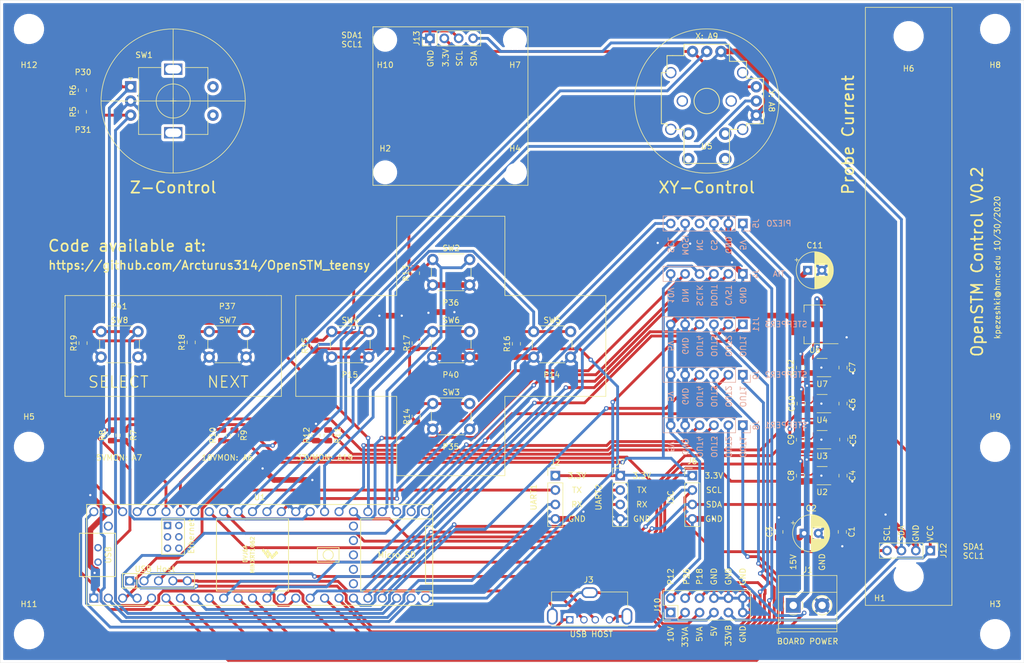
<source format=kicad_pcb>
(kicad_pcb (version 20171130) (host pcbnew "(5.1.8)-1")
  (layers (0 F.Cu signal hide) (31 B.Cu signal hide) (34 B.Paste user hide) (35 F.Paste user) (36 B.SilkS user) (37 F.SilkS user) (38 B.Mask user) (39 F.Mask user) (44 Edge.Cuts user))
  (net 0 "")
  (net 1 GND)
  (net 2 +15V)
  (net 3 "Net-(C4-Pad1)")
  (net 4 "Net-(C5-Pad1)")
  (net 5 "Net-(C6-Pad1)")
  (net 6 "Net-(C7-Pad1)")
  (net 7 +10V)
  (net 8 +5VA)
  (net 9 +3.3VA)
  (net 10 +5V)
  (net 11 +3V3)
  (net 12 "Net-(J3-Pad4)")
  (net 13 "Net-(J3-Pad3)")
  (net 14 "Net-(J3-Pad2)")
  (net 15 "Net-(J3-Pad1)")
  (net 16 /PIEZOCLK)
  (net 17 /PIEZOMOSI)
  (net 18 /PIEZOCS)
  (net 19 /33VBAR)
  (net 20 /RX1OUT)
  (net 21 /TX1OUT)
  (net 22 /DISPLAYSDA)
  (net 23 /DISPLAYSCL)
  (net 24 /RX2OUT)
  (net 25 /TX2OUT)
  (net 26 /STEPPER1_4)
  (net 27 /STEPPER1_3)
  (net 28 /STEPPER1_2)
  (net 29 /STEPPER1_1)
  (net 30 /STEPPER2_4)
  (net 31 /STEPPER2_3)
  (net 32 /STEPPER2_2)
  (net 33 /STEPPER2_1)
  (net 34 /IO1)
  (net 35 /IO2)
  (net 36 /IO3)
  (net 37 /STEPPER3_4)
  (net 38 /STEPPER3_3)
  (net 39 /STEPPER3_2)
  (net 40 /STEPPER3_1)
  (net 41 "Net-(R5-Pad2)")
  (net 42 "Net-(R5-Pad1)")
  (net 43 "Net-(R6-Pad2)")
  (net 44 /5VMON)
  (net 45 /10VMON)
  (net 46 /33VMON)
  (net 47 /UP)
  (net 48 /DOWN)
  (net 49 /LEFT)
  (net 50 /RIGHT)
  (net 51 /SELECT)
  (net 52 /NEXT)
  (net 53 /ENCODERSEL)
  (net 54 /JOYAX2)
  (net 55 /JOYAX1)
  (net 56 /TIA_DIN)
  (net 57 /TIA_SCLK)
  (net 58 /TIA_DOUT)
  (net 59 /TIA_CONVST)
  (module Capacitor_THT:CP_Radial_D6.3mm_P2.50mm (layer F.Cu) (at 243.205 114.3)
    (fp_text reference C2 (at 1.25 -4.4) (layer F.SilkS))
    (fp_text value 47uF)
    (pad 2 thru_hole circle (at 2.5 0) (size 1.6 1.6) (drill 0.8) (layers *.Cu *.Mask) (net 1 GND))
    (pad 1 thru_hole rect (at 0 0) (size 1.6 1.6) (drill 0.8) (layers *.Cu *.Mask) (net 2 +15V))
  )
  (module Capacitor_SMD:C_0805_2012Metric_Pad1.15x1.40mm_HandSolder (layer F.Cu) (at 249.936 114.046 270)
    (fp_text reference C1 (at 0 -1.65 90) (layer F.SilkS))
    (fp_text value 1uF)
    (pad 2 smd roundrect (at 1.025 0 270) (size 1.15 1.4) (layers F.Cu F.Paste F.Mask) (roundrect_rratio 0.217391) (net 1 GND))
    (pad 1 smd roundrect (at -1.025 0 270) (size 1.15 1.4) (layers F.Cu F.Paste F.Mask) (roundrect_rratio 0.217391) (net 2 +15V))
  )
  (module Rotary_Encoder:RotaryEncoder_Alps_EC11E-Switch_Vertical_H20mm (layer F.Cu) (at 124.587 35.5981)
    (fp_text reference SW1 (at 2.3622 -5.6007) (layer F.SilkS))
    (fp_text value Rotary_Encoder)
    (pad A thru_hole rect (at 0 0) (size 2 2) (drill 1) (layers *.Cu *.Mask) (net 43 "Net-(R6-Pad2)"))
    (pad C thru_hole circle (at 0 2.5) (size 2 2) (drill 1) (layers *.Cu *.Mask) (net 1 GND))
    (pad B thru_hole circle (at 0 5) (size 2 2) (drill 1) (layers *.Cu *.Mask) (net 41 "Net-(R5-Pad2)"))
    (pad MP thru_hole rect (at 7.5 -3.1) (size 3.2 2) (drill oval 2.8 1.5) (layers *.Cu *.Mask))
    (pad MP thru_hole rect (at 7.5 8.1) (size 3.2 2) (drill oval 2.8 1.5) (layers *.Cu *.Mask))
    (pad S2 thru_hole circle (at 14.5 0) (size 2 2) (drill 1) (layers *.Cu *.Mask))
    (pad S1 thru_hole circle (at 14.5 5) (size 2 2) (drill 1) (layers *.Cu *.Mask))
  )
  (module Resistor_SMD:R_0805_2012Metric (layer F.Cu) (at 116.205 80.772 90)
    (fp_text reference R19 (at 0 -1.65 90) (layer F.SilkS))
    (fp_text value 10k)
    (pad 2 smd roundrect (at 0.9375 0 90) (size 0.975 1.4) (layers F.Cu F.Paste F.Mask) (net 53 /ENCODERSEL))
    (pad 1 smd roundrect (at -0.9375 0 90) (size 0.975 1.4) (layers F.Cu F.Paste F.Mask) (net 11 +3V3))
  )
  (module Resistor_SMD:R_0805_2012Metric (layer F.Cu) (at 174.879 80.772 90)
    (fp_text reference R17 (at 0 -1.65 90) (layer F.SilkS))
    (fp_text value 10k)
    (pad 2 smd roundrect (at 0.9375 0 90) (size 0.975 1.4) (layers F.Cu F.Paste F.Mask) (net 51 /SELECT))
    (pad 1 smd roundrect (at -0.9375 0 90) (size 0.975 1.4) (layers F.Cu F.Paste F.Mask) (net 11 +3V3))
  )
  (module Resistor_SMD:R_0805_2012Metric (layer F.Cu) (at 192.532 80.899 90)
    (fp_text reference R16 (at 0 -1.65 90) (layer F.SilkS))
    (fp_text value 10k)
    (pad 2 smd roundrect (at 0.9375 0 90) (size 0.975 1.4) (layers F.Cu F.Paste F.Mask) (net 50 /RIGHT))
    (pad 1 smd roundrect (at -0.9375 0 90) (size 0.975 1.4) (layers F.Cu F.Paste F.Mask) (net 11 +3V3))
  )
  (module kicad-lib-input:RKJXV1224005 (layer F.Cu) (at 226.06 38.1)
    (fp_text reference U5 (at 0 8) (layer F.SilkS))
    (fp_text value RKJXV1224005)
    (pad "" np_thru_hole circle (at 4.3 0) (size 2 2) (drill 1.5) (layers *.Cu *.Mask))
    (pad "" np_thru_hole circle (at -4.3 0) (size 2 2) (drill 1.5) (layers *.Cu *.Mask))
    (pad "" np_thru_hole circle (at 6.325 5) (size 2 2) (drill 1.5) (layers *.Cu *.Mask))
    (pad "" np_thru_hole circle (at -6.325 5) (size 2 2) (drill 1.5) (layers *.Cu *.Mask))
    (pad "" np_thru_hole circle (at 6.325 -5) (size 2 2) (drill 1.5) (layers *.Cu *.Mask))
    (pad "" np_thru_hole circle (at -6.325 -5) (size 2 2) (drill 1.5) (layers *.Cu *.Mask))
    (pad 10 thru_hole circle (at 3.25 10.25) (size 2.2 2.2) (drill 1.2) (layers *.Cu *.Mask))
    (pad 9 thru_hole circle (at 3.25 5.75) (size 2.2 2.2) (drill 1.2) (layers *.Cu *.Mask))
    (pad 8 thru_hole circle (at -3.25 10.25) (size 2.2 2.2) (drill 1.2) (layers *.Cu *.Mask))
    (pad 7 thru_hole circle (at -3.25 5.75) (size 2.2 2.2) (drill 1.2) (layers *.Cu *.Mask))
    (pad 1 thru_hole circle (at 8.73 2.5) (size 2 2) (drill 1) (layers *.Cu *.Mask) (net 1 GND))
    (pad 3 thru_hole circle (at 8.73 -2.5) (size 2 2) (drill 1) (layers *.Cu *.Mask) (net 11 +3V3))
    (pad 2 thru_hole circle (at 8.73 0) (size 2 2) (drill 1) (layers *.Cu *.Mask) (net 54 /JOYAX2))
    (pad 4 thru_hole circle (at 2.5 -8.73) (size 2 2) (drill 1) (layers *.Cu *.Mask) (net 1 GND))
    (pad 6 thru_hole circle (at -2.5 -8.73) (size 2 2) (drill 1) (layers *.Cu *.Mask) (net 11 +3V3))
    (pad 5 thru_hole circle (at 0 -8.73) (size 2 2) (drill 1) (layers *.Cu *.Mask) (net 55 /JOYAX1))
  )
  (module Resistor_SMD:R_0805_2012Metric (layer F.Cu) (at 174.879 93.726 90)
    (fp_text reference R14 (at 0 -1.65 90) (layer F.SilkS))
    (fp_text value 10k)
    (pad 2 smd roundrect (at 0.9375 0 90) (size 0.975 1.4) (layers F.Cu F.Paste F.Mask) (net 48 /DOWN))
    (pad 1 smd roundrect (at -0.9375 0 90) (size 0.975 1.4) (layers F.Cu F.Paste F.Mask) (net 11 +3V3))
  )
  (module Button_Switch_THT:SW_PUSH_6mm_H8mm (layer F.Cu) (at 195.58 78.74)
    (fp_text reference SW5 (at 3.25 -2) (layer F.SilkS))
    (fp_text value SW_Push)
    (pad 1 thru_hole circle (at 6.5 0 90) (size 2 2) (drill 1.1) (layers *.Cu *.Mask) (net 50 /RIGHT))
    (pad 2 thru_hole circle (at 6.5 4.5 90) (size 2 2) (drill 1.1) (layers *.Cu *.Mask) (net 1 GND))
    (pad 1 thru_hole circle (at 0 0 90) (size 2 2) (drill 1.1) (layers *.Cu *.Mask) (net 50 /RIGHT))
    (pad 2 thru_hole circle (at 0 4.5 90) (size 2 2) (drill 1.1) (layers *.Cu *.Mask) (net 1 GND))
  )
  (module Package_TO_SOT_SMD:SOT-23-5 (layer F.Cu) (at 246.38 85.09 180)
    (fp_text reference U7 (at 0 -2.9) (layer F.SilkS))
    (fp_text value LP2985-3.3)
    (pad 5 smd rect (at 1.1 -0.95 180) (size 1.06 0.65) (layers F.Cu F.Paste F.Mask) (net 19 /33VBAR))
    (pad 4 smd rect (at 1.1 0.95 180) (size 1.06 0.65) (layers F.Cu F.Paste F.Mask) (net 6 "Net-(C7-Pad1)"))
    (pad 3 smd rect (at -1.1 0.95 180) (size 1.06 0.65) (layers F.Cu F.Paste F.Mask) (net 2 +15V))
    (pad 2 smd rect (at -1.1 0 180) (size 1.06 0.65) (layers F.Cu F.Paste F.Mask) (net 1 GND))
    (pad 1 smd rect (at -1.1 -0.95 180) (size 1.06 0.65) (layers F.Cu F.Paste F.Mask) (net 2 +15V))
  )
  (module Button_Switch_THT:SW_PUSH_6mm_H8mm (layer F.Cu) (at 119.38 78.74)
    (fp_text reference SW8 (at 3.25 -2) (layer F.SilkS))
    (fp_text value SW_Push)
    (pad 1 thru_hole circle (at 6.5 0 90) (size 2 2) (drill 1.1) (layers *.Cu *.Mask) (net 53 /ENCODERSEL))
    (pad 2 thru_hole circle (at 6.5 4.5 90) (size 2 2) (drill 1.1) (layers *.Cu *.Mask) (net 1 GND))
    (pad 1 thru_hole circle (at 0 0 90) (size 2 2) (drill 1.1) (layers *.Cu *.Mask) (net 53 /ENCODERSEL))
    (pad 2 thru_hole circle (at 0 4.5 90) (size 2 2) (drill 1.1) (layers *.Cu *.Mask) (net 1 GND))
  )
  (module Button_Switch_THT:SW_PUSH_6mm_H8mm (layer F.Cu) (at 160.02 78.74)
    (fp_text reference SW4 (at 3.25 -2) (layer F.SilkS))
    (fp_text value SW_Push)
    (pad 1 thru_hole circle (at 6.5 0 90) (size 2 2) (drill 1.1) (layers *.Cu *.Mask) (net 49 /LEFT))
    (pad 2 thru_hole circle (at 6.5 4.5 90) (size 2 2) (drill 1.1) (layers *.Cu *.Mask) (net 1 GND))
    (pad 1 thru_hole circle (at 0 0 90) (size 2 2) (drill 1.1) (layers *.Cu *.Mask) (net 49 /LEFT))
    (pad 2 thru_hole circle (at 0 4.5 90) (size 2 2) (drill 1.1) (layers *.Cu *.Mask) (net 1 GND))
  )
  (module Resistor_SMD:R_0805_2012Metric (layer F.Cu) (at 135.255 80.645 90)
    (fp_text reference R18 (at 0 -1.65 90) (layer F.SilkS))
    (fp_text value 10k)
    (pad 2 smd roundrect (at 0.9375 0 90) (size 0.975 1.4) (layers F.Cu F.Paste F.Mask) (net 52 /NEXT))
    (pad 1 smd roundrect (at -0.9375 0 90) (size 0.975 1.4) (layers F.Cu F.Paste F.Mask) (net 11 +3V3))
  )
  (module Button_Switch_THT:SW_PUSH_6mm_H8mm (layer F.Cu) (at 177.8 91.44)
    (fp_text reference SW3 (at 3.25 -2) (layer F.SilkS))
    (fp_text value SW_Push)
    (pad 1 thru_hole circle (at 6.5 0 90) (size 2 2) (drill 1.1) (layers *.Cu *.Mask) (net 48 /DOWN))
    (pad 2 thru_hole circle (at 6.5 4.5 90) (size 2 2) (drill 1.1) (layers *.Cu *.Mask) (net 1 GND))
    (pad 1 thru_hole circle (at 0 0 90) (size 2 2) (drill 1.1) (layers *.Cu *.Mask) (net 48 /DOWN))
    (pad 2 thru_hole circle (at 0 4.5 90) (size 2 2) (drill 1.1) (layers *.Cu *.Mask) (net 1 GND))
  )
  (module Resistor_SMD:R_0805_2012Metric (layer F.Cu) (at 156.972 81.2015 90)
    (fp_text reference R15 (at 0 -1.65 90) (layer F.SilkS))
    (fp_text value 10k)
    (pad 2 smd roundrect (at 0.9375 0 90) (size 0.975 1.4) (layers F.Cu F.Paste F.Mask) (net 49 /LEFT))
    (pad 1 smd roundrect (at -0.9375 0 90) (size 0.975 1.4) (layers F.Cu F.Paste F.Mask) (net 11 +3V3))
  )
  (module Button_Switch_THT:SW_PUSH_6mm_H8mm (layer F.Cu) (at 138.43 78.74)
    (fp_text reference SW7 (at 3.25 -2) (layer F.SilkS))
    (fp_text value SW_Push)
    (pad 1 thru_hole circle (at 6.5 0 90) (size 2 2) (drill 1.1) (layers *.Cu *.Mask) (net 52 /NEXT))
    (pad 2 thru_hole circle (at 6.5 4.5 90) (size 2 2) (drill 1.1) (layers *.Cu *.Mask) (net 1 GND))
    (pad 1 thru_hole circle (at 0 0 90) (size 2 2) (drill 1.1) (layers *.Cu *.Mask) (net 52 /NEXT))
    (pad 2 thru_hole circle (at 0 4.5 90) (size 2 2) (drill 1.1) (layers *.Cu *.Mask) (net 1 GND))
  )
  (module Button_Switch_THT:SW_PUSH_6mm_H8mm (layer F.Cu) (at 177.8 66.04)
    (fp_text reference SW2 (at 3.25 -2) (layer F.SilkS))
    (fp_text value SW_Push)
    (pad 1 thru_hole circle (at 6.5 0 90) (size 2 2) (drill 1.1) (layers *.Cu *.Mask) (net 47 /UP))
    (pad 2 thru_hole circle (at 6.5 4.5 90) (size 2 2) (drill 1.1) (layers *.Cu *.Mask) (net 1 GND))
    (pad 1 thru_hole circle (at 0 0 90) (size 2 2) (drill 1.1) (layers *.Cu *.Mask) (net 47 /UP))
    (pad 2 thru_hole circle (at 0 4.5 90) (size 2 2) (drill 1.1) (layers *.Cu *.Mask) (net 1 GND))
  )
  (module Package_TO_SOT_SMD:SOT-223-3_TabPin2 (layer F.Cu) (at 245.11 77.47 180)
    (fp_text reference U6 (at 0 -4.5) (layer F.SilkS))
    (fp_text value NCP1117-5.0_SOT223)
    (pad 1 smd rect (at -3.15 -2.3 180) (size 2 1.5) (layers F.Cu F.Paste F.Mask) (net 1 GND))
    (pad 3 smd rect (at -3.15 2.3 180) (size 2 1.5) (layers F.Cu F.Paste F.Mask) (net 2 +15V))
    (pad 2 smd rect (at -3.15 0 180) (size 2 1.5) (layers F.Cu F.Paste F.Mask) (net 10 +5V))
    (pad 2 smd rect (at 3.15 0 180) (size 2 3.8) (layers F.Cu F.Paste F.Mask) (net 10 +5V))
  )
  (module Button_Switch_THT:SW_PUSH_6mm_H8mm (layer F.Cu) (at 177.8 78.74)
    (fp_text reference SW6 (at 3.25 -2) (layer F.SilkS))
    (fp_text value SW_Push)
    (pad 1 thru_hole circle (at 6.5 0 90) (size 2 2) (drill 1.1) (layers *.Cu *.Mask) (net 51 /SELECT))
    (pad 2 thru_hole circle (at 6.5 4.5 90) (size 2 2) (drill 1.1) (layers *.Cu *.Mask) (net 1 GND))
    (pad 1 thru_hole circle (at 0 0 90) (size 2 2) (drill 1.1) (layers *.Cu *.Mask) (net 51 /SELECT))
    (pad 2 thru_hole circle (at 0 4.5 90) (size 2 2) (drill 1.1) (layers *.Cu *.Mask) (net 1 GND))
  )
  (module Capacitor_SMD:C_0805_2012Metric_Pad1.15x1.40mm_HandSolder (layer F.Cu) (at 238.76 114.055 90)
    (fp_text reference C3 (at 0 -1.65 90) (layer F.SilkS))
    (fp_text value 1uF)
    (pad 2 smd roundrect (at 1.025 0 90) (size 1.15 1.4) (layers F.Cu F.Paste F.Mask) (roundrect_rratio 0.217391) (net 1 GND))
    (pad 1 smd roundrect (at -1.025 0 90) (size 1.15 1.4) (layers F.Cu F.Paste F.Mask) (roundrect_rratio 0.217391) (net 2 +15V))
  )
  (module Capacitor_THT:CP_Radial_D6.3mm_P2.50mm (layer F.Cu) (at 243.84 67.945)
    (fp_text reference C11 (at 1.25 -4.4) (layer F.SilkS))
    (fp_text value 10uF)
    (pad 2 thru_hole circle (at 2.5 0) (size 1.6 1.6) (drill 0.8) (layers *.Cu *.Mask) (net 1 GND))
    (pad 1 thru_hole rect (at 0 0) (size 1.6 1.6) (drill 0.8) (layers *.Cu *.Mask) (net 10 +5V))
  )
  (module Capacitor_SMD:C_0805_2012Metric_Pad1.15x1.40mm_HandSolder (layer F.Cu) (at 242.57 85.09 90)
    (fp_text reference C12 (at 0 -1.65 90) (layer F.SilkS))
    (fp_text value 2.2uF)
    (pad 2 smd roundrect (at 1.025 0 90) (size 1.15 1.4) (layers F.Cu F.Paste F.Mask) (roundrect_rratio 0.217391) (net 1 GND))
    (pad 1 smd roundrect (at -1.025 0 90) (size 1.15 1.4) (layers F.Cu F.Paste F.Mask) (roundrect_rratio 0.217391) (net 19 /33VBAR))
  )
  (module Capacitor_SMD:C_0805_2012Metric_Pad1.15x1.40mm_HandSolder (layer F.Cu) (at 242.57 97.79 90)
    (fp_text reference C9 (at 0 -1.65 90) (layer F.SilkS))
    (fp_text value 2.2uF)
    (pad 2 smd roundrect (at 1.025 0 90) (size 1.15 1.4) (layers F.Cu F.Paste F.Mask) (roundrect_rratio 0.217391) (net 1 GND))
    (pad 1 smd roundrect (at -1.025 0 90) (size 1.15 1.4) (layers F.Cu F.Paste F.Mask) (roundrect_rratio 0.217391) (net 8 +5VA))
  )
  (module Capacitor_SMD:C_0805_2012Metric_Pad1.15x1.40mm_HandSolder (layer F.Cu) (at 250.063 91.44 270)
    (fp_text reference C6 (at 0 -1.65 90) (layer F.SilkS))
    (fp_text value 10nF)
    (pad 2 smd roundrect (at 1.025 0 270) (size 1.15 1.4) (layers F.Cu F.Paste F.Mask) (roundrect_rratio 0.217391) (net 1 GND))
    (pad 1 smd roundrect (at -1.025 0 270) (size 1.15 1.4) (layers F.Cu F.Paste F.Mask) (roundrect_rratio 0.217391) (net 5 "Net-(C6-Pad1)"))
  )
  (module Capacitor_SMD:C_0805_2012Metric_Pad1.15x1.40mm_HandSolder (layer F.Cu) (at 242.57 104.14 90)
    (fp_text reference C8 (at 0 -1.65 90) (layer F.SilkS))
    (fp_text value 2.2uF)
    (pad 2 smd roundrect (at 1.025 0 90) (size 1.15 1.4) (layers F.Cu F.Paste F.Mask) (roundrect_rratio 0.217391) (net 1 GND))
    (pad 1 smd roundrect (at -1.025 0 90) (size 1.15 1.4) (layers F.Cu F.Paste F.Mask) (roundrect_rratio 0.217391) (net 7 +10V))
  )
  (module Capacitor_SMD:C_0805_2012Metric_Pad1.15x1.40mm_HandSolder (layer F.Cu) (at 250.19 97.781 270)
    (fp_text reference C5 (at 0 -1.65 90) (layer F.SilkS))
    (fp_text value 10nF)
    (pad 2 smd roundrect (at 1.025 0 270) (size 1.15 1.4) (layers F.Cu F.Paste F.Mask) (roundrect_rratio 0.217391) (net 1 GND))
    (pad 1 smd roundrect (at -1.025 0 270) (size 1.15 1.4) (layers F.Cu F.Paste F.Mask) (roundrect_rratio 0.217391) (net 4 "Net-(C5-Pad1)"))
  )
  (module Capacitor_SMD:C_0805_2012Metric_Pad1.15x1.40mm_HandSolder (layer F.Cu) (at 250.063 104.14 270)
    (fp_text reference C4 (at 0 -1.65 90) (layer F.SilkS))
    (fp_text value 10nF)
    (pad 2 smd roundrect (at 1.025 0 270) (size 1.15 1.4) (layers F.Cu F.Paste F.Mask) (roundrect_rratio 0.217391) (net 1 GND))
    (pad 1 smd roundrect (at -1.025 0 270) (size 1.15 1.4) (layers F.Cu F.Paste F.Mask) (roundrect_rratio 0.217391) (net 3 "Net-(C4-Pad1)"))
  )
  (module Capacitor_SMD:C_0805_2012Metric_Pad1.15x1.40mm_HandSolder (layer F.Cu) (at 242.697 91.44 90)
    (fp_text reference C10 (at 0 -1.65 90) (layer F.SilkS))
    (fp_text value 2.2uF)
    (pad 2 smd roundrect (at 1.025 0 90) (size 1.15 1.4) (layers F.Cu F.Paste F.Mask) (roundrect_rratio 0.217391) (net 1 GND))
    (pad 1 smd roundrect (at -1.025 0 90) (size 1.15 1.4) (layers F.Cu F.Paste F.Mask) (roundrect_rratio 0.217391) (net 9 +3.3VA))
  )
  (module Capacitor_SMD:C_0805_2012Metric_Pad1.15x1.40mm_HandSolder (layer F.Cu) (at 250.063 85.09 270)
    (fp_text reference C7 (at 0 -1.65 90) (layer F.SilkS))
    (fp_text value 10nF)
    (pad 2 smd roundrect (at 1.025 0 270) (size 1.15 1.4) (layers F.Cu F.Paste F.Mask) (roundrect_rratio 0.217391) (net 1 GND))
    (pad 1 smd roundrect (at -1.025 0 270) (size 1.15 1.4) (layers F.Cu F.Paste F.Mask) (roundrect_rratio 0.217391) (net 6 "Net-(C7-Pad1)"))
  )
  (module Connector_PinHeader_2.54mm:PinHeader_1x06_P2.54mm_Vertical (layer B.Cu) (at 232.41 95.25 90)
    (fp_text reference J8 (at 0 2.33 90) (layer B.SilkS) (effects (justify mirror)))
    (fp_text value Conn_01x06_Male)
    (pad 6 thru_hole oval (at 0 -12.7 90) (size 1.7 1.7) (drill 1) (layers *.Cu *.Mask) (net 10 +5V))
    (pad 5 thru_hole oval (at 0 -10.16 90) (size 1.7 1.7) (drill 1) (layers *.Cu *.Mask) (net 1 GND))
    (pad 4 thru_hole oval (at 0 -7.62 90) (size 1.7 1.7) (drill 1) (layers *.Cu *.Mask) (net 26 /STEPPER1_4))
    (pad 3 thru_hole oval (at 0 -5.08 90) (size 1.7 1.7) (drill 1) (layers *.Cu *.Mask) (net 27 /STEPPER1_3))
    (pad 2 thru_hole oval (at 0 -2.54 90) (size 1.7 1.7) (drill 1) (layers *.Cu *.Mask) (net 28 /STEPPER1_2))
    (pad 1 thru_hole rect (at 0 0 90) (size 1.7 1.7) (drill 1) (layers *.Cu *.Mask) (net 29 /STEPPER1_1))
  )
  (module Connector_PinHeader_2.54mm:PinHeader_1x04_P2.54mm_Vertical (layer F.Cu) (at 210.82 104.14)
    (fp_text reference J7 (at 0 -2.33) (layer F.SilkS))
    (fp_text value Conn_01x04_Male)
    (pad 4 thru_hole oval (at 0 7.62) (size 1.7 1.7) (drill 1) (layers *.Cu *.Mask) (net 1 GND))
    (pad 3 thru_hole oval (at 0 5.08) (size 1.7 1.7) (drill 1) (layers *.Cu *.Mask) (net 24 /RX2OUT))
    (pad 2 thru_hole oval (at 0 2.54) (size 1.7 1.7) (drill 1) (layers *.Cu *.Mask) (net 25 /TX2OUT))
    (pad 1 thru_hole rect (at 0 0) (size 1.7 1.7) (drill 1) (layers *.Cu *.Mask) (net 11 +3V3))
  )
  (module MountingHole:MountingHole_4.3mm_M4 (layer F.Cu) (at 261.62 121.92)
    (fp_text reference H1 (at -5.08 3.81) (layer F.SilkS))
    (fp_text value MountingHole)
    (pad 1 np_thru_hole circle (at 0 0) (size 4.3 4.3) (drill 4.3) (layers *.Cu *.Mask))
  )
  (module Package_TO_SOT_SMD:SOT-23-5 (layer F.Cu) (at 246.38 91.44 180)
    (fp_text reference U4 (at 0 -2.9) (layer F.SilkS))
    (fp_text value LP2985-3.3)
    (pad 5 smd rect (at 1.1 -0.95 180) (size 1.06 0.65) (layers F.Cu F.Paste F.Mask) (net 9 +3.3VA))
    (pad 4 smd rect (at 1.1 0.95 180) (size 1.06 0.65) (layers F.Cu F.Paste F.Mask) (net 5 "Net-(C6-Pad1)"))
    (pad 3 smd rect (at -1.1 0.95 180) (size 1.06 0.65) (layers F.Cu F.Paste F.Mask) (net 2 +15V))
    (pad 2 smd rect (at -1.1 0 180) (size 1.06 0.65) (layers F.Cu F.Paste F.Mask) (net 1 GND))
    (pad 1 smd rect (at -1.1 -0.95 180) (size 1.06 0.65) (layers F.Cu F.Paste F.Mask) (net 2 +15V))
  )
  (module MountingHole:MountingHole_4.3mm_M4 (layer F.Cu) (at 276.86 99.06)
    (fp_text reference H9 (at 0 -5.3) (layer F.SilkS))
    (fp_text value MountingHole)
    (pad 1 np_thru_hole circle (at 0 0) (size 4.3 4.3) (drill 4.3) (layers *.Cu *.Mask))
  )
  (module Connector_PinHeader_2.54mm:PinHeader_1x04_P2.54mm_Vertical (layer F.Cu) (at 223.52 104.14)
    (fp_text reference J6 (at 0 -2.54) (layer F.SilkS))
    (fp_text value Conn_01x04_Male)
    (pad 4 thru_hole oval (at 0 7.62) (size 1.7 1.7) (drill 1) (layers *.Cu *.Mask) (net 1 GND))
    (pad 3 thru_hole oval (at 0 5.08) (size 1.7 1.7) (drill 1) (layers *.Cu *.Mask) (net 22 /DISPLAYSDA))
    (pad 2 thru_hole oval (at 0 2.54) (size 1.7 1.7) (drill 1) (layers *.Cu *.Mask) (net 23 /DISPLAYSCL))
    (pad 1 thru_hole rect (at 0 0) (size 1.7 1.7) (drill 1) (layers *.Cu *.Mask) (net 11 +3V3))
  )
  (module MountingHole:MountingHole_4.3mm_M4 (layer F.Cu) (at 276.86 132.08)
    (fp_text reference H3 (at 0 -5.3) (layer F.SilkS))
    (fp_text value MountingHole)
    (pad 1 np_thru_hole circle (at 0 0) (size 4.3 4.3) (drill 4.3) (layers *.Cu *.Mask))
  )
  (module Package_TO_SOT_SMD:SOT-23-5 (layer F.Cu) (at 246.38 97.79 180)
    (fp_text reference U3 (at 0 -2.9) (layer F.SilkS))
    (fp_text value LP2985-5.0)
    (pad 5 smd rect (at 1.1 -0.95 180) (size 1.06 0.65) (layers F.Cu F.Paste F.Mask) (net 8 +5VA))
    (pad 4 smd rect (at 1.1 0.95 180) (size 1.06 0.65) (layers F.Cu F.Paste F.Mask) (net 4 "Net-(C5-Pad1)"))
    (pad 3 smd rect (at -1.1 0.95 180) (size 1.06 0.65) (layers F.Cu F.Paste F.Mask) (net 2 +15V))
    (pad 2 smd rect (at -1.1 0 180) (size 1.06 0.65) (layers F.Cu F.Paste F.Mask) (net 1 GND))
    (pad 1 smd rect (at -1.1 -0.95 180) (size 1.06 0.65) (layers F.Cu F.Paste F.Mask) (net 2 +15V))
  )
  (module Package_TO_SOT_SMD:SOT-23-5 (layer F.Cu) (at 246.38 104.14 180)
    (fp_text reference U2 (at 0 -2.9) (layer F.SilkS))
    (fp_text value LP2985-10.0)
    (pad 5 smd rect (at 1.1 -0.95 180) (size 1.06 0.65) (layers F.Cu F.Paste F.Mask) (net 7 +10V))
    (pad 4 smd rect (at 1.1 0.95 180) (size 1.06 0.65) (layers F.Cu F.Paste F.Mask) (net 3 "Net-(C4-Pad1)"))
    (pad 3 smd rect (at -1.1 0.95 180) (size 1.06 0.65) (layers F.Cu F.Paste F.Mask) (net 2 +15V))
    (pad 2 smd rect (at -1.1 0 180) (size 1.06 0.65) (layers F.Cu F.Paste F.Mask) (net 1 GND))
    (pad 1 smd rect (at -1.1 -0.95 180) (size 1.06 0.65) (layers F.Cu F.Paste F.Mask) (net 2 +15V))
  )
  (module MountingHole:MountingHole_4.3mm_M4 (layer F.Cu) (at 106.68 25.4)
    (fp_text reference H12 (at 0 6.35) (layer F.SilkS))
    (fp_text value MountingHole)
    (pad 1 np_thru_hole circle (at 0 0) (size 4.3 4.3) (drill 4.3) (layers *.Cu *.Mask))
  )
  (module MountingHole:MountingHole_4.3mm_M4 (layer F.Cu) (at 106.68 132.08)
    (fp_text reference H11 (at 0 -5.3) (layer F.SilkS))
    (fp_text value MountingHole)
    (pad 1 np_thru_hole circle (at 0 0) (size 4.3 4.3) (drill 4.3) (layers *.Cu *.Mask))
  )
  (module MountingHole:MountingHole_4.3mm_M4 (layer F.Cu) (at 261.62 26.67)
    (fp_text reference H6 (at 0 5.715) (layer F.SilkS))
    (fp_text value MountingHole)
    (pad 1 np_thru_hole circle (at 0 0) (size 4.3 4.3) (drill 4.3) (layers *.Cu *.Mask))
  )
  (module MountingHole:MountingHole_4.3mm_M4 (layer F.Cu) (at 276.86 25.4)
    (fp_text reference H8 (at 0 6.35) (layer F.SilkS))
    (fp_text value MountingHole)
    (pad 1 np_thru_hole circle (at 0 0) (size 4.3 4.3) (drill 4.3) (layers *.Cu *.Mask))
  )
  (module MountingHole:MountingHole_4.3mm_M4 (layer F.Cu) (at 106.68 99.06)
    (fp_text reference H5 (at 0 -5.3) (layer F.SilkS))
    (fp_text value MountingHole)
    (pad 1 np_thru_hole circle (at 0 0) (size 4.3 4.3) (drill 4.3) (layers *.Cu *.Mask))
  )
  (module TerminalBlock_Phoenix:TerminalBlock_Phoenix_MKDS-1,5-2-5.08_1x02_P5.08mm_Horizontal (layer F.Cu) (at 241.3 127)
    (fp_text reference J1 (at 2.54 -6.26) (layer F.SilkS))
    (fp_text value Conn_01x02_Male)
    (pad 2 thru_hole circle (at 5.08 0) (size 2.6 2.6) (drill 1.3) (layers *.Cu *.Mask) (net 1 GND))
    (pad 1 thru_hole rect (at 0 0) (size 2.6 2.6) (drill 1.3) (layers *.Cu *.Mask) (net 2 +15V))
  )
  (module Connector_PinHeader_2.54mm:PinHeader_1x04_P2.54mm_Vertical (layer F.Cu) (at 199.39 104.14)
    (fp_text reference J2 (at 0 -2.33) (layer F.SilkS))
    (fp_text value Conn_01x04_Male)
    (pad 4 thru_hole oval (at 0 7.62) (size 1.7 1.7) (drill 1) (layers *.Cu *.Mask) (net 1 GND))
    (pad 3 thru_hole oval (at 0 5.08) (size 1.7 1.7) (drill 1) (layers *.Cu *.Mask) (net 20 /RX1OUT))
    (pad 2 thru_hole oval (at 0 2.54) (size 1.7 1.7) (drill 1) (layers *.Cu *.Mask) (net 21 /TX1OUT))
    (pad 1 thru_hole rect (at 0 0) (size 1.7 1.7) (drill 1) (layers *.Cu *.Mask) (net 11 +3V3))
  )
  (module Connector_PinHeader_2.54mm:PinHeader_1x06_P2.54mm_Vertical (layer B.Cu) (at 232.41 68.58 90)
    (fp_text reference J4 (at 0 2.33 -90) (layer B.SilkS) (effects (justify mirror)))
    (fp_text value Conn_01x06_Male)
    (pad 6 thru_hole oval (at 0 -12.7 90) (size 1.7 1.7) (drill 1) (layers *.Cu *.Mask) (net 7 +10V))
    (pad 5 thru_hole oval (at 0 -10.16 90) (size 1.7 1.7) (drill 1) (layers *.Cu *.Mask) (net 56 /TIA_DIN))
    (pad 4 thru_hole oval (at 0 -7.62 90) (size 1.7 1.7) (drill 1) (layers *.Cu *.Mask) (net 57 /TIA_SCLK))
    (pad 3 thru_hole oval (at 0 -5.08 90) (size 1.7 1.7) (drill 1) (layers *.Cu *.Mask) (net 58 /TIA_DOUT))
    (pad 2 thru_hole oval (at 0 -2.54 90) (size 1.7 1.7) (drill 1) (layers *.Cu *.Mask) (net 59 /TIA_CONVST))
    (pad 1 thru_hole rect (at 0 0 90) (size 1.7 1.7) (drill 1) (layers *.Cu *.Mask) (net 1 GND))
  )
  (module Connector_USB:USB_A_Molex_105057_Vertical (layer F.Cu) (at 201.93 129.54)
    (fp_text reference J3 (at 3.3274 -7.0358) (layer F.SilkS))
    (fp_text value USB_A)
    (pad 5 thru_hole oval (at 3.5 -4.78 90) (size 1.9 2.9) (drill oval 1.3 2.3) (layers *.Cu *.Mask) (net 12 "Net-(J3-Pad4)"))
    (pad 5 thru_hole oval (at 10.07 -0.6) (size 1.9 2.9) (drill oval 1.3 2.3) (layers *.Cu *.Mask) (net 12 "Net-(J3-Pad4)"))
    (pad 5 thru_hole oval (at -3.07 -0.6 180) (size 1.9 2.9) (drill oval 1.3 2.3) (layers *.Cu *.Mask) (net 12 "Net-(J3-Pad4)"))
    (pad 4 thru_hole circle (at 7 0) (size 1.3 1.3) (drill 0.9) (layers *.Cu *.Mask) (net 12 "Net-(J3-Pad4)"))
    (pad 3 thru_hole circle (at 4.5 0) (size 1.3 1.3) (drill 0.9) (layers *.Cu *.Mask) (net 13 "Net-(J3-Pad3)"))
    (pad 2 thru_hole circle (at 2.5 0) (size 1.3 1.3) (drill 0.9) (layers *.Cu *.Mask) (net 14 "Net-(J3-Pad2)"))
    (pad 1 thru_hole rect (at 0 0) (size 1.3 1.3) (drill 0.9) (layers *.Cu *.Mask) (net 15 "Net-(J3-Pad1)"))
  )
  (module Teensy:Teensy41 (layer F.Cu) (at 147.32 118.11)
    (fp_text reference U1 (at 0 -10.16) (layer F.SilkS))
    (fp_text value Teensy4.1)
    (fp_text user "USB Host" (at -18.4658 2.4892) (layer F.SilkS))
    (fp_text user Ethernet (at -12.065 -3.2766 90) (layer F.SilkS))
    (fp_text user USB (at -26.67 0 270) (layer F.SilkS))
    (fp_text user "Micro SD" (at 24.13 0) (layer F.SilkS))
    (fp_text user MIMXRT1062 (at -1.27 0 270) (layer F.SilkS) (effects (font (size 0.7 0.7))))
    (fp_text user DVJ6A (at -2.54 -0.18 270) (layer F.SilkS) (effects (font (size 0.7 0.7))))
    (pad 67 thru_hole circle (at -28.48 -1.27) (size 1.3 1.3) (drill 0.8) (layers *.Cu *.Mask))
    (pad 66 thru_hole circle (at -28.48 1.27) (size 1.3 1.3) (drill 0.8) (layers *.Cu *.Mask))
    (pad 54 thru_hole circle (at 16.51 -5.08) (size 1.6 1.6) (drill 1.1) (layers *.Cu *.Mask))
    (pad 53 thru_hole circle (at 16.51 -2.54) (size 1.6 1.6) (drill 1.1) (layers *.Cu *.Mask))
    (pad 52 thru_hole circle (at 16.51 0) (size 1.6 1.6) (drill 1.1) (layers *.Cu *.Mask))
    (pad 51 thru_hole circle (at 16.51 2.54) (size 1.6 1.6) (drill 1.1) (layers *.Cu *.Mask))
    (pad 50 thru_hole circle (at 16.51 5.08) (size 1.6 1.6) (drill 1.1) (layers *.Cu *.Mask))
    (pad 62 thru_hole circle (at -16.24 -1.1816) (size 1.3 1.3) (drill 0.8) (layers *.Cu *.Mask))
    (pad 63 thru_hole circle (at -14.24 -1.1816) (size 1.3 1.3) (drill 0.8) (layers *.Cu *.Mask))
    (pad 64 thru_hole circle (at -14.24 -3.1816) (size 1.3 1.3) (drill 0.8) (layers *.Cu *.Mask))
    (pad 61 thru_hole circle (at -16.24 -3.1816) (size 1.3 1.3) (drill 0.8) (layers *.Cu *.Mask))
    (pad 65 thru_hole circle (at -14.24 -5.1816) (size 1.3 1.3) (drill 0.8) (layers *.Cu *.Mask))
    (pad 60 thru_hole rect (at -16.24 -5.1816) (size 1.3 1.3) (drill 0.8) (layers *.Cu *.Mask))
    (pad 17 thru_hole circle (at 11.43 7.62) (size 1.6 1.6) (drill 1.1) (layers *.Cu *.Mask) (net 38 /STEPPER3_3))
    (pad 18 thru_hole circle (at 13.97 7.62) (size 1.6 1.6) (drill 1.1) (layers *.Cu *.Mask) (net 35 /IO2))
    (pad 19 thru_hole circle (at 16.51 7.62) (size 1.6 1.6) (drill 1.1) (layers *.Cu *.Mask) (net 57 /TIA_SCLK))
    (pad 20 thru_hole circle (at 19.05 7.62) (size 1.6 1.6) (drill 1.1) (layers *.Cu *.Mask) (net 24 /RX2OUT))
    (pad 16 thru_hole circle (at 8.89 7.62) (size 1.6 1.6) (drill 1.1) (layers *.Cu *.Mask) (net 37 /STEPPER3_4))
    (pad 15 thru_hole circle (at 6.35 7.62) (size 1.6 1.6) (drill 1.1) (layers *.Cu *.Mask) (net 42 "Net-(R5-Pad1)"))
    (pad 14 thru_hole circle (at 3.81 7.62) (size 1.6 1.6) (drill 1.1) (layers *.Cu *.Mask) (net 34 /IO1))
    (pad 21 thru_hole circle (at 21.59 7.62) (size 1.6 1.6) (drill 1.1) (layers *.Cu *.Mask) (net 25 /TX2OUT))
    (pad 22 thru_hole circle (at 24.13 7.62) (size 1.6 1.6) (drill 1.1) (layers *.Cu *.Mask) (net 41 "Net-(R5-Pad2)"))
    (pad 23 thru_hole circle (at 26.67 7.62) (size 1.6 1.6) (drill 1.1) (layers *.Cu *.Mask) (net 43 "Net-(R6-Pad2)"))
    (pad 24 thru_hole circle (at 29.21 7.62) (size 1.6 1.6) (drill 1.1) (layers *.Cu *.Mask) (net 40 /STEPPER3_1))
    (pad 25 thru_hole circle (at 29.21 -7.62) (size 1.6 1.6) (drill 1.1) (layers *.Cu *.Mask) (net 39 /STEPPER3_2))
    (pad 26 thru_hole circle (at 26.67 -7.62) (size 1.6 1.6) (drill 1.1) (layers *.Cu *.Mask) (net 59 /TIA_CONVST))
    (pad 27 thru_hole circle (at 24.13 -7.62) (size 1.6 1.6) (drill 1.1) (layers *.Cu *.Mask) (net 48 /DOWN))
    (pad 28 thru_hole circle (at 21.59 -7.62) (size 1.6 1.6) (drill 1.1) (layers *.Cu *.Mask) (net 47 /UP))
    (pad 29 thru_hole circle (at 19.05 -7.62) (size 1.6 1.6) (drill 1.1) (layers *.Cu *.Mask) (net 52 /NEXT))
    (pad 30 thru_hole circle (at 16.51 -7.62) (size 1.6 1.6) (drill 1.1) (layers *.Cu *.Mask) (net 56 /TIA_DIN))
    (pad 31 thru_hole circle (at 13.97 -7.62) (size 1.6 1.6) (drill 1.1) (layers *.Cu *.Mask) (net 58 /TIA_DOUT))
    (pad 32 thru_hole circle (at 11.43 -7.62) (size 1.6 1.6) (drill 1.1) (layers *.Cu *.Mask) (net 51 /SELECT))
    (pad 33 thru_hole circle (at 8.89 -7.62) (size 1.6 1.6) (drill 1.1) (layers *.Cu *.Mask) (net 53 /ENCODERSEL))
    (pad 34 thru_hole circle (at 6.35 -7.62) (size 1.6 1.6) (drill 1.1) (layers *.Cu *.Mask) (net 1 GND))
    (pad 13 thru_hole circle (at 1.27 7.62) (size 1.6 1.6) (drill 1.1) (layers *.Cu *.Mask) (net 17 /PIEZOMOSI))
    (pad 12 thru_hole circle (at -1.27 7.62) (size 1.6 1.6) (drill 1.1) (layers *.Cu *.Mask) (net 18 /PIEZOCS))
    (pad 11 thru_hole circle (at -3.81 7.62) (size 1.6 1.6) (drill 1.1) (layers *.Cu *.Mask) (net 33 /STEPPER2_1))
    (pad 10 thru_hole circle (at -6.35 7.62) (size 1.6 1.6) (drill 1.1) (layers *.Cu *.Mask) (net 32 /STEPPER2_2))
    (pad 9 thru_hole circle (at -8.89 7.62) (size 1.6 1.6) (drill 1.1) (layers *.Cu *.Mask) (net 31 /STEPPER2_3))
    (pad 8 thru_hole circle (at -11.43 7.62) (size 1.6 1.6) (drill 1.1) (layers *.Cu *.Mask) (net 30 /STEPPER2_4))
    (pad 7 thru_hole circle (at -13.97 7.62) (size 1.6 1.6) (drill 1.1) (layers *.Cu *.Mask) (net 29 /STEPPER1_1))
    (pad 6 thru_hole circle (at -16.51 7.62) (size 1.6 1.6) (drill 1.1) (layers *.Cu *.Mask) (net 28 /STEPPER1_2))
    (pad 5 thru_hole circle (at -19.05 7.62) (size 1.6 1.6) (drill 1.1) (layers *.Cu *.Mask) (net 27 /STEPPER1_3))
    (pad 4 thru_hole circle (at -21.59 7.62) (size 1.6 1.6) (drill 1.1) (layers *.Cu *.Mask) (net 26 /STEPPER1_4))
    (pad 3 thru_hole circle (at -24.13 7.62) (size 1.6 1.6) (drill 1.1) (layers *.Cu *.Mask) (net 21 /TX1OUT))
    (pad 2 thru_hole circle (at -26.67 7.62) (size 1.6 1.6) (drill 1.1) (layers *.Cu *.Mask) (net 20 /RX1OUT))
    (pad 1 thru_hole rect (at -29.21 7.62) (size 1.6 1.6) (drill 1.1) (layers *.Cu *.Mask) (net 1 GND))
    (pad 35 thru_hole circle (at 3.81 -7.62) (size 1.6 1.6) (drill 1.1) (layers *.Cu *.Mask) (net 16 /PIEZOCLK))
    (pad 36 thru_hole circle (at 1.27 -7.62) (size 1.6 1.6) (drill 1.1) (layers *.Cu *.Mask) (net 50 /RIGHT))
    (pad 37 thru_hole circle (at -1.27 -7.62) (size 1.6 1.6) (drill 1.1) (layers *.Cu *.Mask) (net 49 /LEFT))
    (pad 38 thru_hole circle (at -3.81 -7.62) (size 1.6 1.6) (drill 1.1) (layers *.Cu *.Mask) (net 23 /DISPLAYSCL))
    (pad 39 thru_hole circle (at -6.35 -7.62) (size 1.6 1.6) (drill 1.1) (layers *.Cu *.Mask) (net 22 /DISPLAYSDA))
    (pad 40 thru_hole circle (at -8.89 -7.62) (size 1.6 1.6) (drill 1.1) (layers *.Cu *.Mask) (net 36 /IO3))
    (pad 41 thru_hole circle (at -11.43 -7.62) (size 1.6 1.6) (drill 1.1) (layers *.Cu *.Mask) (net 46 /33VMON))
    (pad 42 thru_hole circle (at -13.97 -7.62) (size 1.6 1.6) (drill 1.1) (layers *.Cu *.Mask) (net 45 /10VMON))
    (pad 43 thru_hole circle (at -16.51 -7.62) (size 1.6 1.6) (drill 1.1) (layers *.Cu *.Mask) (net 44 /5VMON))
    (pad 44 thru_hole circle (at -19.05 -7.62) (size 1.6 1.6) (drill 1.1) (layers *.Cu *.Mask) (net 54 /JOYAX2))
    (pad 45 thru_hole circle (at -21.59 -7.62) (size 1.6 1.6) (drill 1.1) (layers *.Cu *.Mask) (net 55 /JOYAX1))
    (pad 46 thru_hole circle (at -24.13 -7.62) (size 1.6 1.6) (drill 1.1) (layers *.Cu *.Mask) (net 11 +3V3))
    (pad 47 thru_hole circle (at -26.67 -7.62) (size 1.6 1.6) (drill 1.1) (layers *.Cu *.Mask) (net 1 GND))
    (pad 48 thru_hole circle (at -29.21 -7.62) (size 1.6 1.6) (drill 1.1) (layers *.Cu *.Mask) (net 10 +5V))
    (pad 55 thru_hole rect (at -22.9108 4.5692) (size 1.6 1.6) (drill 1.1) (layers *.Cu *.Mask) (net 15 "Net-(J3-Pad1)"))
    (pad 56 thru_hole circle (at -20.3708 4.5692) (size 1.6 1.6) (drill 1.1) (layers *.Cu *.Mask) (net 14 "Net-(J3-Pad2)"))
    (pad 57 thru_hole circle (at -17.8308 4.5692) (size 1.6 1.6) (drill 1.1) (layers *.Cu *.Mask) (net 13 "Net-(J3-Pad3)"))
    (pad 58 thru_hole circle (at -15.2908 4.5692) (size 1.6 1.6) (drill 1.1) (layers *.Cu *.Mask) (net 12 "Net-(J3-Pad4)"))
    (pad 59 thru_hole circle (at -12.7508 4.5692) (size 1.6 1.6) (drill 1.1) (layers *.Cu *.Mask) (net 12 "Net-(J3-Pad4)"))
    (pad 49 thru_hole circle (at -26.67 -5.08) (size 1.6 1.6) (drill 1.1) (layers *.Cu *.Mask))
  )
  (module Connector_PinHeader_2.54mm:PinHeader_1x06_P2.54mm_Vertical (layer B.Cu) (at 232.41 59.69 90)
    (fp_text reference J5 (at 0 2.33 90) (layer B.SilkS) (effects (justify mirror)))
    (fp_text value Conn_01x06_Male)
    (pad 6 thru_hole oval (at 0 -12.7 90) (size 1.7 1.7) (drill 1) (layers *.Cu *.Mask) (net 16 /PIEZOCLK))
    (pad 5 thru_hole oval (at 0 -10.16 90) (size 1.7 1.7) (drill 1) (layers *.Cu *.Mask) (net 17 /PIEZOMOSI))
    (pad 4 thru_hole oval (at 0 -7.62 90) (size 1.7 1.7) (drill 1) (layers *.Cu *.Mask))
    (pad 3 thru_hole oval (at 0 -5.08 90) (size 1.7 1.7) (drill 1) (layers *.Cu *.Mask) (net 18 /PIEZOCS))
    (pad 2 thru_hole oval (at 0 -2.54 90) (size 1.7 1.7) (drill 1) (layers *.Cu *.Mask) (net 1 GND))
    (pad 1 thru_hole rect (at 0 0 90) (size 1.7 1.7) (drill 1) (layers *.Cu *.Mask) (net 8 +5VA))
  )
  (module Resistor_SMD:R_0805_2012Metric (layer F.Cu) (at 140.716 97.028 90)
    (fp_text reference R10 (at 0 -1.65 90) (layer F.SilkS))
    (fp_text value 10k)
    (pad 2 smd roundrect (at 0.9375 0 90) (size 0.975 1.4) (layers F.Cu F.Paste F.Mask) (net 1 GND))
    (pad 1 smd roundrect (at -0.9375 0 90) (size 0.975 1.4) (layers F.Cu F.Paste F.Mask) (net 45 /10VMON))
  )
  (module Resistor_SMD:R_0805_2012Metric (layer F.Cu) (at 159.385 97.028 270)
    (fp_text reference R11 (at 0 -1.65 90) (layer F.SilkS))
    (fp_text value 10k)
    (pad 2 smd roundrect (at 0.9375 0 270) (size 0.975 1.4) (layers F.Cu F.Paste F.Mask) (net 46 /33VMON))
    (pad 1 smd roundrect (at -0.9375 0 270) (size 0.975 1.4) (layers F.Cu F.Paste F.Mask) (net 9 +3.3VA))
  )
  (module Connector_PinHeader_2.54mm:PinHeader_1x06_P2.54mm_Vertical (layer B.Cu) (at 232.41 86.36 90)
    (fp_text reference J9 (at 0 2.33 90) (layer B.SilkS) (effects (justify mirror)))
    (fp_text value Conn_01x06_Male)
    (pad 6 thru_hole oval (at 0 -12.7 90) (size 1.7 1.7) (drill 1) (layers *.Cu *.Mask) (net 10 +5V))
    (pad 5 thru_hole oval (at 0 -10.16 90) (size 1.7 1.7) (drill 1) (layers *.Cu *.Mask) (net 1 GND))
    (pad 4 thru_hole oval (at 0 -7.62 90) (size 1.7 1.7) (drill 1) (layers *.Cu *.Mask) (net 30 /STEPPER2_4))
    (pad 3 thru_hole oval (at 0 -5.08 90) (size 1.7 1.7) (drill 1) (layers *.Cu *.Mask) (net 31 /STEPPER2_3))
    (pad 2 thru_hole oval (at 0 -2.54 90) (size 1.7 1.7) (drill 1) (layers *.Cu *.Mask) (net 32 /STEPPER2_2))
    (pad 1 thru_hole rect (at 0 0 90) (size 1.7 1.7) (drill 1) (layers *.Cu *.Mask) (net 33 /STEPPER2_1))
  )
  (module Connector_PinHeader_2.54mm:PinHeader_1x04_P2.54mm_Vertical (layer F.Cu) (at 265.43 117.348 270)
    (fp_text reference J12 (at 0 -2.33 90) (layer F.SilkS))
    (fp_text value Conn_01x04_Female)
    (pad 4 thru_hole oval (at 0 7.62 270) (size 1.7 1.7) (drill 1) (layers *.Cu *.Mask) (net 23 /DISPLAYSCL))
    (pad 3 thru_hole oval (at 0 5.08 270) (size 1.7 1.7) (drill 1) (layers *.Cu *.Mask) (net 22 /DISPLAYSDA))
    (pad 2 thru_hole oval (at 0 2.54 270) (size 1.7 1.7) (drill 1) (layers *.Cu *.Mask) (net 1 GND))
    (pad 1 thru_hole rect (at 0 0 270) (size 1.7 1.7) (drill 1) (layers *.Cu *.Mask) (net 19 /33VBAR))
  )
  (module Resistor_SMD:R_0805_2012Metric (layer F.Cu) (at 121.285 97.028 90)
    (fp_text reference R8 (at 0 -1.65 90) (layer F.SilkS))
    (fp_text value 10k)
    (pad 2 smd roundrect (at 0.9375 0 90) (size 0.975 1.4) (layers F.Cu F.Paste F.Mask) (net 1 GND))
    (pad 1 smd roundrect (at -0.9375 0 90) (size 0.975 1.4) (layers F.Cu F.Paste F.Mask) (net 44 /5VMON))
  )
  (module Connector_PinHeader_2.54mm:PinHeader_1x06_P2.54mm_Vertical (layer B.Cu) (at 232.41 77.47 90)
    (fp_text reference J11 (at 0 2.33 -90) (layer B.SilkS) (effects (justify mirror)))
    (fp_text value Conn_01x06_Male)
    (pad 6 thru_hole oval (at 0 -12.7 90) (size 1.7 1.7) (drill 1) (layers *.Cu *.Mask) (net 10 +5V))
    (pad 5 thru_hole oval (at 0 -10.16 90) (size 1.7 1.7) (drill 1) (layers *.Cu *.Mask) (net 1 GND))
    (pad 4 thru_hole oval (at 0 -7.62 90) (size 1.7 1.7) (drill 1) (layers *.Cu *.Mask) (net 37 /STEPPER3_4))
    (pad 3 thru_hole oval (at 0 -5.08 90) (size 1.7 1.7) (drill 1) (layers *.Cu *.Mask) (net 38 /STEPPER3_3))
    (pad 2 thru_hole oval (at 0 -2.54 90) (size 1.7 1.7) (drill 1) (layers *.Cu *.Mask) (net 39 /STEPPER3_2))
    (pad 1 thru_hole rect (at 0 0 90) (size 1.7 1.7) (drill 1) (layers *.Cu *.Mask) (net 40 /STEPPER3_1))
  )
  (module Resistor_SMD:R_0805_2012Metric (layer F.Cu) (at 116.078 36.195 90)
    (fp_text reference R6 (at 0 -1.65 90) (layer F.SilkS))
    (fp_text value 10k)
    (pad 2 smd roundrect (at 0.9375 0 90) (size 0.975 1.4) (layers F.Cu F.Paste F.Mask) (net 43 "Net-(R6-Pad2)"))
    (pad 1 smd roundrect (at -0.9375 0 90) (size 0.975 1.4) (layers F.Cu F.Paste F.Mask) (net 42 "Net-(R5-Pad1)"))
  )
  (module Resistor_SMD:R_0805_2012Metric (layer F.Cu) (at 174.752 68.453 90)
    (fp_text reference R13 (at 0 -1.65 90) (layer F.SilkS))
    (fp_text value 10k)
    (pad 2 smd roundrect (at 0.9375 0 90) (size 0.975 1.4) (layers F.Cu F.Paste F.Mask) (net 47 /UP))
    (pad 1 smd roundrect (at -0.9375 0 90) (size 0.975 1.4) (layers F.Cu F.Paste F.Mask) (net 11 +3V3))
  )
  (module Resistor_SMD:R_0805_2012Metric (layer F.Cu) (at 116.078 40.005 90)
    (fp_text reference R5 (at 0 -1.65 90) (layer F.SilkS))
    (fp_text value 10k)
    (pad 2 smd roundrect (at 0.9375 0 90) (size 0.975 1.4) (layers F.Cu F.Paste F.Mask) (net 41 "Net-(R5-Pad2)"))
    (pad 1 smd roundrect (at -0.9375 0 90) (size 0.975 1.4) (layers F.Cu F.Paste F.Mask) (net 42 "Net-(R5-Pad1)"))
  )
  (module Resistor_SMD:R_0805_2012Metric (layer F.Cu) (at 142.875 97.028 270)
    (fp_text reference R9 (at 0 -1.65 90) (layer F.SilkS))
    (fp_text value 47k)
    (pad 2 smd roundrect (at 0.9375 0 270) (size 0.975 1.4) (layers F.Cu F.Paste F.Mask) (net 45 /10VMON))
    (pad 1 smd roundrect (at -0.9375 0 270) (size 0.975 1.4) (layers F.Cu F.Paste F.Mask) (net 7 +10V))
  )
  (module Resistor_SMD:R_0805_2012Metric (layer F.Cu) (at 157.226 97.028 90)
    (fp_text reference R12 (at 0 -1.65 90) (layer F.SilkS))
    (fp_text value 10k)
    (pad 2 smd roundrect (at 0.9375 0 90) (size 0.975 1.4) (layers F.Cu F.Paste F.Mask) (net 1 GND))
    (pad 1 smd roundrect (at -0.9375 0 90) (size 0.975 1.4) (layers F.Cu F.Paste F.Mask) (net 46 /33VMON))
  )
  (module Connector_PinHeader_2.54mm:PinHeader_1x04_P2.54mm_Vertical (layer F.Cu) (at 177.292 27.051 90)
    (fp_text reference J13 (at 0 -2.33 90) (layer F.SilkS))
    (fp_text value Conn_01x04_Female)
    (pad 4 thru_hole oval (at 0 7.62 90) (size 1.7 1.7) (drill 1) (layers *.Cu *.Mask) (net 22 /DISPLAYSDA))
    (pad 3 thru_hole oval (at 0 5.08 90) (size 1.7 1.7) (drill 1) (layers *.Cu *.Mask) (net 23 /DISPLAYSCL))
    (pad 2 thru_hole oval (at 0 2.54 90) (size 1.7 1.7) (drill 1) (layers *.Cu *.Mask) (net 11 +3V3))
    (pad 1 thru_hole rect (at 0 0 90) (size 1.7 1.7) (drill 1) (layers *.Cu *.Mask) (net 1 GND))
  )
  (module Resistor_SMD:R_0805_2012Metric (layer F.Cu) (at 123.444 97.028 270)
    (fp_text reference R7 (at 0 -1.65 90) (layer F.SilkS))
    (fp_text value 20k)
    (pad 2 smd roundrect (at 0.9375 0 270) (size 0.975 1.4) (layers F.Cu F.Paste F.Mask) (net 44 /5VMON))
    (pad 1 smd roundrect (at -0.9375 0 270) (size 0.975 1.4) (layers F.Cu F.Paste F.Mask) (net 8 +5VA))
  )
  (module Connector_PinHeader_2.54mm:PinHeader_2x06_P2.54mm_Vertical (layer F.Cu) (at 219.71 128.27 90)
    (fp_text reference J10 (at 1.27 -2.33 90) (layer F.SilkS))
    (fp_text value Conn_02x06_Odd_Even)
    (pad 12 thru_hole oval (at 2.54 12.7 90) (size 1.7 1.7) (drill 1) (layers *.Cu *.Mask) (net 1 GND))
    (pad 11 thru_hole oval (at 0 12.7 90) (size 1.7 1.7) (drill 1) (layers *.Cu *.Mask) (net 1 GND))
    (pad 10 thru_hole oval (at 2.54 10.16 90) (size 1.7 1.7) (drill 1) (layers *.Cu *.Mask) (net 1 GND))
    (pad 9 thru_hole oval (at 0 10.16 90) (size 1.7 1.7) (drill 1) (layers *.Cu *.Mask) (net 19 /33VBAR))
    (pad 8 thru_hole oval (at 2.54 7.62 90) (size 1.7 1.7) (drill 1) (layers *.Cu *.Mask) (net 1 GND))
    (pad 7 thru_hole oval (at 0 7.62 90) (size 1.7 1.7) (drill 1) (layers *.Cu *.Mask) (net 10 +5V))
    (pad 6 thru_hole oval (at 2.54 5.08 90) (size 1.7 1.7) (drill 1) (layers *.Cu *.Mask) (net 36 /IO3))
    (pad 5 thru_hole oval (at 0 5.08 90) (size 1.7 1.7) (drill 1) (layers *.Cu *.Mask) (net 8 +5VA))
    (pad 4 thru_hole oval (at 2.54 2.54 90) (size 1.7 1.7) (drill 1) (layers *.Cu *.Mask) (net 35 /IO2))
    (pad 3 thru_hole oval (at 0 2.54 90) (size 1.7 1.7) (drill 1) (layers *.Cu *.Mask) (net 9 +3.3VA))
    (pad 2 thru_hole oval (at 2.54 0 90) (size 1.7 1.7) (drill 1) (layers *.Cu *.Mask) (net 34 /IO1))
    (pad 1 thru_hole rect (at 0 0 90) (size 1.7 1.7) (drill 1) (layers *.Cu *.Mask) (net 7 +10V))
  )
  (module MountingHole:MountingHole_3.2mm_M3 (layer F.Cu) (at 169.418 50.673)
    (fp_text reference H2 (at 0 -4.2) (layer F.SilkS))
    (fp_text value MountingHole)
    (pad 1 np_thru_hole circle (at 0 0) (size 3.2 3.2) (drill 3.2) (layers *.Cu *.Mask))
  )
  (module MountingHole:MountingHole_3.2mm_M3 (layer F.Cu) (at 192.278 27.305)
    (fp_text reference H7 (at 0 4.445) (layer F.SilkS))
    (fp_text value MountingHole)
    (pad 1 np_thru_hole circle (at 0 0) (size 3.2 3.2) (drill 3.2) (layers *.Cu *.Mask))
  )
  (module MountingHole:MountingHole_3.2mm_M3 (layer F.Cu) (at 192.278 50.673)
    (fp_text reference H4 (at 0 -4.2) (layer F.SilkS))
    (fp_text value MountingHole)
    (pad 1 np_thru_hole circle (at 0 0) (size 3.2 3.2) (drill 3.2) (layers *.Cu *.Mask))
  )
  (module MountingHole:MountingHole_3.2mm_M3 (layer F.Cu) (at 169.418 27.305)
    (fp_text reference H10 (at 0 4.445) (layer F.SilkS))
    (fp_text value MountingHole)
    (pad 1 np_thru_hole circle (at 0 0) (size 3.2 3.2) (drill 3.2) (layers *.Cu *.Mask))
  )
  (gr_line (start 113.03 89.535) (end 113.03 90.17) (layer F.SilkS) (width 0.12))
  (gr_line (start 151.13 90.17) (end 151.13 89.535) (layer F.SilkS) (width 0.12))
  (gr_line (start 148.59 90.17) (end 151.13 90.17) (layer F.SilkS) (width 0.12))
  (gr_line (start 148.59 72.39) (end 151.13 72.39) (layer F.SilkS) (width 0.12))
  (gr_line (start 208.28 72.39) (end 204.47 72.39) (layer F.SilkS) (width 0.12))
  (gr_line (start 208.28 90.17) (end 208.28 72.39) (layer F.SilkS) (width 0.12))
  (gr_line (start 190.5 90.17) (end 208.28 90.17) (layer F.SilkS) (width 0.12))
  (gr_line (start 190.5 104.14) (end 190.5 90.17) (layer F.SilkS) (width 0.12))
  (gr_line (start 171.45 104.14) (end 190.5 104.14) (layer F.SilkS) (width 0.12))
  (gr_line (start 171.45 90.17) (end 171.45 104.14) (layer F.SilkS) (width 0.12))
  (gr_line (start 153.67 90.17) (end 171.45 90.17) (layer F.SilkS) (width 0.12))
  (gr_line (start 153.67 86.36) (end 153.67 90.17) (layer F.SilkS) (width 0.12))
  (gr_line (start 153.67 72.39) (end 153.67 86.36) (layer F.SilkS) (width 0.12))
  (gr_line (start 171.45 72.39) (end 153.67 72.39) (layer F.SilkS) (width 0.12))
  (gr_line (start 171.45 58.42) (end 171.45 72.39) (layer F.SilkS) (width 0.12))
  (gr_line (start 190.5 72.39) (end 204.47 72.39) (layer F.SilkS) (width 0.12))
  (gr_line (start 190.5 58.42) (end 190.5 72.39) (layer F.SilkS) (width 0.12))
  (gr_line (start 171.45 58.42) (end 190.5 58.42) (layer F.SilkS) (width 0.12))
  (gr_circle (center 226.06 38.1) (end 238.76 38.735) (layer F.SilkS) (width 0.12))
  (gr_line (start 113.03 89.535) (end 113.03 72.39) (layer F.SilkS) (width 0.12))
  (gr_line (start 148.59 90.17) (end 113.03 90.17) (layer F.SilkS) (width 0.12))
  (gr_line (start 151.13 72.39) (end 151.13 89.535) (layer F.SilkS) (width 0.12))
  (gr_line (start 113.03 72.39) (end 148.59 72.39) (layer F.SilkS) (width 0.12))
  (gr_text https://github.com/Arcturus314/OpenSTM_teensy (at 138.43 67.056) (layer F.SilkS) (effects (font (size 1.5 1.5) (thickness 0.25))))
  (gr_text "Code available at:\n" (at 109.855 63.627) (layer F.SilkS) (effects (font (size 2 2) (thickness 0.3)) (justify left)))
  (gr_line (start 101.6 137.16) (end 101.6 20.32) (layer Edge.Cuts) (width 0.05))
  (gr_line (start 281.94 137.16) (end 281.94 20.32) (layer Edge.Cuts) (width 0.05))
  (gr_line (start 101.6 137.16) (end 281.94 137.16) (layer Edge.Cuts) (width 0.05))
  (gr_line (start 119.38 38.1) (end 144.78 38.1) (layer F.SilkS) (width 0.12))
  (gr_circle (center 132.08 38.1) (end 132.08 50.8) (layer F.SilkS) (width 0.12))
  (gr_line (start 132.08 25.4) (end 132.08 50.8) (layer F.SilkS) (width 0.12))
  (gr_line (start 167.259 25.019) (end 167.259 52.959) (layer F.SilkS) (width 0.12))
  (gr_line (start 194.564 25.019) (end 167.259 25.019) (layer F.SilkS) (width 0.12))
  (gr_line (start 194.564 52.959) (end 194.564 25.019) (layer F.SilkS) (width 0.12))
  (gr_line (start 101.6 20.32) (end 281.94 20.32) (layer Edge.Cuts) (width 0.05))
  (gr_text "kpezeshki@hmc.edu 10/30/2020" (at 277.241 67.437 90) (layer F.SilkS) (effects (font (size 1 1))))
  (gr_text "BOARD POWER" (at 243.84 133.35) (layer F.SilkS) (effects (font (size 1 1))))
  (gr_text OUT1 (at 232.41 99.06 270) (layer B.SilkS) (effects (font (size 1 1)) (justify mirror)))
  (gr_text OUT3 (at 227.33 99.06 270) (layer B.SilkS) (effects (font (size 1 1)) (justify mirror)))
  (gr_text "OpenSTM Control V0.2" (at 273.685 66.421 90) (layer F.SilkS) (effects (font (size 2 2) (thickness 0.3))))
  (gr_text GND (at 222.25 81.28 270) (layer B.SilkS) (effects (font (size 1 1)) (justify mirror)))
  (gr_text TIA (at 238.76 68.58) (layer B.SilkS) (effects (font (size 1 1)) (justify mirror)))
  (gr_text 3.3V (at 227.33 104.14) (layer F.SilkS) (effects (font (size 1 1))))
  (gr_text OUT4 (at 224.79 81.28 270) (layer B.SilkS) (effects (font (size 1 1)) (justify mirror)))
  (gr_text MOSI (at 222.25 63.5 270) (layer B.SilkS) (effects (font (size 1 1)) (justify mirror)))
  (gr_text 5V (at 232.41 63.5 270) (layer B.SilkS) (effects (font (size 1 1)) (justify mirror)))
  (gr_text NC (at 224.79 63.5 270) (layer B.SilkS) (effects (font (size 1 1)) (justify mirror)))
  (gr_text RX (at 203.2 109.22) (layer F.SilkS) (effects (font (size 1 1))))
  (gr_text GND (at 203.2 111.76) (layer F.SilkS) (effects (font (size 1 1))))
  (gr_text OUT3 (at 227.33 90.17 270) (layer B.SilkS) (effects (font (size 1 1)) (justify mirror)))
  (gr_text TX (at 214.63 106.68) (layer F.SilkS) (effects (font (size 1 1))))
  (gr_text OUT2 (at 229.87 90.17 270) (layer B.SilkS) (effects (font (size 1 1)) (justify mirror)))
  (gr_text UART1 (at 195.58 107.95 90) (layer F.SilkS) (effects (font (size 1 1))))
  (gr_text DIN (at 222.25 72.39 270) (layer B.SilkS) (effects (font (size 1 1)) (justify mirror)))
  (gr_text 33VA (at 222.25 132.588 90) (layer F.SilkS) (effects (font (size 1 1))))
  (gr_text 5V (at 227.33 131.572 90) (layer F.SilkS) (effects (font (size 1 1))))
  (gr_text STEPPER2 (at 240.03 86.36) (layer B.SilkS) (effects (font (size 1 1)) (justify mirror)))
  (gr_text OUT2 (at 229.87 99.06 270) (layer B.SilkS) (effects (font (size 1 1)) (justify mirror)))
  (gr_text GND (at 232.41 72.39 270) (layer B.SilkS) (effects (font (size 1 1)) (justify mirror)))
  (gr_text CS (at 227.33 63.5 270) (layer B.SilkS) (effects (font (size 1 1)) (justify mirror)))
  (gr_text GND (at 227.33 111.76) (layer F.SilkS) (effects (font (size 1 1))))
  (gr_text OUT3 (at 227.33 81.28 270) (layer B.SilkS) (effects (font (size 1 1)) (justify mirror)))
  (gr_text GND (at 229.87 121.92 90) (layer F.SilkS) (effects (font (size 1 1))))
  (gr_text GND (at 222.25 99.06 270) (layer B.SilkS) (effects (font (size 1 1)) (justify mirror)))
  (gr_text SCLK (at 224.79 72.39 270) (layer B.SilkS) (effects (font (size 1 1)) (justify mirror)))
  (gr_text 3.3V (at 203.2 104.14) (layer F.SilkS) (effects (font (size 1 1))))
  (gr_text P12 (at 219.71 121.92 90) (layer F.SilkS) (effects (font (size 1 1))))
  (gr_text P18 (at 224.79 121.92 90) (layer F.SilkS) (effects (font (size 1 1))))
  (gr_text SCL (at 219.71 63.5 270) (layer B.SilkS) (effects (font (size 1 1)) (justify mirror)))
  (gr_text P26 (at 222.504 121.92 90) (layer F.SilkS) (effects (font (size 1 1))))
  (gr_text UART2 (at 207.01 107.95 90) (layer F.SilkS) (effects (font (size 1 1))))
  (gr_text GND (at 227.33 121.92 90) (layer F.SilkS) (effects (font (size 1 1))))
  (gr_text 33VB (at 229.87 132.334 90) (layer F.SilkS) (effects (font (size 1 1))))
  (gr_text 5VA (at 224.79 132.08 90) (layer F.SilkS) (effects (font (size 1 1))))
  (gr_text 10V (at 219.71 132.08 90) (layer F.SilkS) (effects (font (size 1 1))))
  (gr_text PIEZO (at 238.76 59.69) (layer B.SilkS) (effects (font (size 1 1)) (justify mirror)))
  (gr_text "USB HOST" (at 205.74 132.08) (layer F.SilkS) (effects (font (size 1 1))))
  (gr_text GND (at 246.38 119.38 90) (layer F.SilkS) (effects (font (size 1 1))))
  (gr_text 15V (at 241.3 119.38 90) (layer F.SilkS) (effects (font (size 1 1))))
  (gr_text "Probe Current" (at 250.952 44.069 90) (layer F.SilkS) (effects (font (size 2 2) (thickness 0.3))))
  (gr_text CVST (at 229.87 72.39 270) (layer B.SilkS) (effects (font (size 1 1)) (justify mirror)))
  (gr_text STEPPER1 (at 240.03 95.25) (layer B.SilkS) (effects (font (size 1 1)) (justify mirror)))
  (gr_text SCL (at 227.33 106.68) (layer F.SilkS) (effects (font (size 1 1))))
  (gr_text SDA (at 227.33 109.22) (layer F.SilkS) (effects (font (size 1 1))))
  (gr_text OUT4 (at 224.79 90.17 270) (layer B.SilkS) (effects (font (size 1 1)) (justify mirror)))
  (gr_text GND (at 222.25 90.17 270) (layer B.SilkS) (effects (font (size 1 1)) (justify mirror)))
  (gr_text DOUT (at 227.33 72.39 270) (layer B.SilkS) (effects (font (size 1 1)) (justify mirror)))
  (gr_text 3.3V (at 214.63 104.14) (layer F.SilkS) (effects (font (size 1 1))))
  (gr_text RX (at 214.63 109.22) (layer F.SilkS) (effects (font (size 1 1))))
  (gr_text TX (at 203.2 106.68) (layer F.SilkS) (effects (font (size 1 1))))
  (gr_text OUT2 (at 229.87 81.28 270) (layer B.SilkS) (effects (font (size 1 1)) (justify mirror)))
  (gr_text GND (at 229.87 63.5 270) (layer B.SilkS) (effects (font (size 1 1)) (justify mirror)))
  (gr_text 10V (at 219.71 72.39 270) (layer B.SilkS) (effects (font (size 1 1)) (justify mirror)))
  (gr_text 5V (at 219.71 81.28 270) (layer B.SilkS) (effects (font (size 1 1)) (justify mirror)))
  (gr_text OUT4 (at 224.79 99.06 270) (layer B.SilkS) (effects (font (size 1 1)) (justify mirror)))
  (gr_text 5V (at 219.71 90.17 270) (layer B.SilkS) (effects (font (size 1 1)) (justify mirror)))
  (gr_text OUT1 (at 232.41 81.28 270) (layer B.SilkS) (effects (font (size 1 1)) (justify mirror)))
  (gr_text OUT1 (at 232.41 90.17 270) (layer B.SilkS) (effects (font (size 1 1)) (justify mirror)))
  (gr_text 5V (at 219.71 99.06 270) (layer B.SilkS) (effects (font (size 1 1)) (justify mirror)))
  (gr_text STEPPER3 (at 240.03 77.47) (layer B.SilkS) (effects (font (size 1 1)) (justify mirror)))
  (gr_text I2C (at 219.71 107.95 90) (layer F.SilkS) (effects (font (size 1 1))))
  (gr_text GND (at 214.63 111.76) (layer F.SilkS) (effects (font (size 1 1))))
  (gr_text SDA (at 185.039 30.607 90) (layer F.SilkS) (effects (font (size 1 1))))
  (gr_text SDA (at 260.35 114.3 90) (layer F.SilkS) (effects (font (size 1 1))))
  (gr_text NEXT (at 141.732 87.63) (layer F.SilkS) (effects (font (size 2 2) (thickness 0.2))))
  (gr_text VCC (at 265.43 114.3 90) (layer F.SilkS) (effects (font (size 1 1))))
  (gr_text Z-Control (at 132.08 53.34) (layer F.SilkS) (effects (font (size 2 2) (thickness 0.3))))
  (gr_text 3.3V (at 180.086 30.48 90) (layer F.SilkS) (effects (font (size 1 1))))
  (gr_text SCL (at 257.81 114.3 90) (layer F.SilkS) (effects (font (size 1 1))))
  (gr_text XY-Control (at 226.06 53.34) (layer F.SilkS) (effects (font (size 2 2) (thickness 0.3))))
  (gr_text SELECT (at 122.428 87.63) (layer F.SilkS) (effects (font (size 2 2) (thickness 0.2))))
  (gr_text GND (at 177.419 30.607 90) (layer F.SilkS) (effects (font (size 1 1))))
  (gr_text GND (at 262.89 114.3 90) (layer F.SilkS) (effects (font (size 1 1))))
  (gr_text SCL (at 182.499 30.607 90) (layer F.SilkS) (effects (font (size 1 1))))
  (gr_text GND (at 232.41 132.08 90) (layer F.SilkS) (effects (font (size 1 1))))
  (gr_text GND (at 232.41 121.92 90) (layer F.SilkS) (effects (font (size 1 1))))
  (gr_line (start 254 127) (end 254 21.59) (layer F.SilkS) (width 0.12))
  (gr_line (start 269.24 21.59) (end 254 21.59) (layer F.SilkS) (width 0.12))
  (gr_line (start 269.24 127) (end 269.24 21.59) (layer F.SilkS) (width 0.12))
  (gr_line (start 254 127) (end 269.24 127) (layer F.SilkS) (width 0.12))
  (gr_line (start 167.259 52.959) (end 194.564 52.959) (layer F.SilkS) (width 0.12))
  (gr_text P30 (at 116.205 33.02) (layer F.SilkS) (effects (font (size 1 1))))
  (gr_text P41 (at 122.555 74.295) (layer F.SilkS) (effects (font (size 1 1))))
  (gr_text P40 (at 180.975 86.36) (layer F.SilkS) (effects (font (size 1 1))))
  (gr_text "X: A9" (at 226.06 26.67) (layer F.SilkS) (effects (font (size 1 1))))
  (gr_text "SDA1\nSCL1" (at 273.05 117.475) (layer F.SilkS) (effects (font (size 1 1))))
  (gr_text "10VMON: A6" (at 141.605 100.965) (layer F.SilkS) (effects (font (size 1 1))))
  (gr_text P37 (at 141.605 74.295) (layer F.SilkS) (effects (font (size 1 1))))
  (gr_text P31 (at 116.205 43.18) (layer F.SilkS) (effects (font (size 1 1))))
  (gr_text "5VMON: A7" (at 122.555 100.965) (layer F.SilkS) (effects (font (size 1 1))))
  (gr_text P36 (at 180.975 73.66) (layer F.SilkS) (effects (font (size 1 1))))
  (gr_text "Y: A8" (at 237.49 38.1 270) (layer F.SilkS) (effects (font (size 1 1))))
  (gr_text P35 (at 180.975 99.06) (layer F.SilkS) (effects (font (size 1 1))))
  (gr_text P15 (at 163.195 86.36) (layer F.SilkS) (effects (font (size 1 1))))
  (gr_text "33VMON: A19" (at 158.75 100.965) (layer F.SilkS) (effects (font (size 1 1))))
  (gr_text "SDA1\nSCL1" (at 163.576 27.305) (layer F.SilkS) (effects (font (size 1 1))))
  (gr_text P14 (at 198.755 86.36) (layer F.SilkS) (effects (font (size 1 1))))
  (segment (start 119.961 96.0759) (end 121.2704 96.0759) (width 0.5) (layer F.Cu) (net 1))
  (segment (start 121.2704 96.0759) (end 121.285 96.0905) (width 0.5) (layer F.Cu) (net 1))
  (segment (start 157.226 96.0905) (end 157.226 94.9982) (width 0.5) (layer F.Cu) (net 1))
  (segment (start 139.3493 95.9936) (end 140.6191 95.9936) (width 0.5) (layer F.Cu) (net 1))
  (segment (start 140.6191 95.9936) (end 140.716 96.0905) (width 0.5) (layer F.Cu) (net 1))
  (segment (start 222.25 86.36) (end 222.25 77.47) (width 1) (layer B.Cu) (net 1))
  (segment (start 222.25 95.25) (end 222.25 86.36) (width 1) (layer B.Cu) (net 1))
  (segment (start 249.936 115.071) (end 249.936 116.586) (width 1) (layer F.Cu) (net 1))
  (segment (start 248.26 79.77) (end 250.684 79.77) (width 1) (layer F.Cu) (net 1))
  (segment (start 250.684 79.77) (end 250.698 79.756) (width 1) (layer F.Cu) (net 1))
  (segment (start 247.48 91.44) (end 246.253 91.44) (width 0.5) (layer F.Cu) (net 1))
  (segment (start 247.48 104.14) (end 246.253 104.14) (width 0.5) (layer F.Cu) (net 1))
  (segment (start 242.57 103.115) (end 242.57 101.6) (width 1) (layer F.Cu) (net 1))
  (segment (start 250.19 98.806) (end 251.841 98.806) (width 1) (layer F.Cu) (net 1))
  (segment (start 242.697 90.415) (end 242.697 88.9) (width 1) (layer F.Cu) (net 1))
  (segment (start 251.841 86.106) (end 249.809 84.074) (width 1) (layer B.Cu) (net 1))
  (segment (start 250.063 86.115) (end 251.832 86.115) (width 1) (layer F.Cu) (net 1))
  (segment (start 251.832 86.115) (end 251.841 86.106) (width 1) (layer F.Cu) (net 1))
  (segment (start 247.48 97.79) (end 246.253 97.79) (width 0.5) (layer F.Cu) (net 1))
  (segment (start 250.063 105.165) (end 251.705 105.165) (width 1) (layer F.Cu) (net 1))
  (segment (start 242.57 96.765) (end 242.57 95.123) (width 1) (layer F.Cu) (net 1))
  (segment (start 238.76 113.03) (end 238.76 111.506) (width 1) (layer F.Cu) (net 1))
  (segment (start 250.063 92.465) (end 251.832 92.465) (width 1) (layer F.Cu) (net 1))
  (segment (start 242.57 84.065) (end 242.57 82.677) (width 1) (layer F.Cu) (net 1))
  (segment (start 247.48 85.09) (end 246.253 85.09) (width 0.5) (layer F.Cu) (net 1))
  (segment (start 246.253 91.44) (end 246.26 91.433) (width 0.5) (layer F.Cu) (net 1))
  (via (at 119.961 96.0759) (size 0.8) (layers F.Cu B.Cu) (net 1))
  (via (at 157.226 94.9982) (size 0.8) (layers F.Cu B.Cu) (net 1))
  (via (at 139.3493 95.9936) (size 0.8) (layers F.Cu B.Cu) (net 1))
  (via (at 246.253 104.14) (size 0.8) (layers F.Cu B.Cu) (net 1))
  (via (at 246.253 97.79) (size 0.8) (layers F.Cu B.Cu) (net 1))
  (via (at 246.253 85.09) (size 0.8) (layers F.Cu B.Cu) (net 1))
  (via (at 249.936 116.586) (size 0.8) (layers F.Cu B.Cu) (net 1))
  (via (at 251.705 105.165) (size 0.8) (layers F.Cu B.Cu) (net 1))
  (via (at 238.76 111.506) (size 0.8) (layers F.Cu B.Cu) (net 1))
  (via (at 246.253 91.44) (size 0.8) (layers F.Cu B.Cu) (net 1))
  (via (at 242.57 101.6) (size 0.8) (layers F.Cu B.Cu) (net 1))
  (via (at 242.57 95.123) (size 0.8) (layers F.Cu B.Cu) (net 1))
  (via (at 250.698 79.756) (size 0.8) (layers F.Cu B.Cu) (net 1))
  (via (at 242.57 82.677) (size 0.8) (layers F.Cu B.Cu) (net 1))
  (via (at 242.697 88.9) (size 0.8) (layers F.Cu B.Cu) (net 1))
  (via (at 251.841 86.106) (size 0.8) (layers F.Cu B.Cu) (net 1))
  (via (at 251.841 98.806) (size 0.8) (layers F.Cu B.Cu) (net 1))
  (via (at 251.832 92.465) (size 0.8) (layers F.Cu B.Cu) (net 1))
  (via (at 230.505 66.548) (size 0.8) (drill 0.4) (layers F.Cu B.Cu) (net 1))
  (segment (start 229.87 59.69) (end 229.87 65.913) (width 1) (layer F.Cu) (net 1))
  (segment (start 229.87 65.913) (end 230.505 66.548) (width 1) (layer F.Cu) (net 1))
  (segment (start 230.505 66.675) (end 232.41 68.58) (width 1) (layer F.Cu) (net 1))
  (segment (start 230.505 66.548) (end 230.505 66.675) (width 1) (layer F.Cu) (net 1))
  (via (at 204.343 110.49) (size 0.8) (drill 0.4) (layers F.Cu B.Cu) (net 1))
  (segment (start 199.39 111.76) (end 203.073 111.76) (width 1) (layer F.Cu) (net 1))
  (segment (start 203.073 111.76) (end 204.343 110.49) (width 1) (layer F.Cu) (net 1))
  (segment (start 209.55 110.49) (end 210.82 111.76) (width 1) (layer B.Cu) (net 1))
  (segment (start 204.343 110.49) (end 209.55 110.49) (width 1) (layer B.Cu) (net 1))
  (via (at 227.203 111.76) (size 0.8) (drill 0.4) (layers F.Cu B.Cu) (net 1))
  (segment (start 223.52 111.76) (end 227.203 111.76) (width 1) (layer F.Cu) (net 1))
  (segment (start 262.89 117.348) (end 262.89 116.332) (width 1) (layer F.Cu) (net 1))
  (via (at 257.556 110.998) (size 0.8) (drill 0.4) (layers F.Cu B.Cu) (net 1))
  (segment (start 262.89 116.332) (end 257.556 110.998) (width 1) (layer F.Cu) (net 1))
  (via (at 156.591 104.902) (size 0.8) (drill 0.4) (layers F.Cu B.Cu) (net 1))
  (via (at 147.828 102.87) (size 0.8) (drill 0.4) (layers F.Cu B.Cu) (net 1))
  (segment (start 149.86 104.902) (end 147.828 102.87) (width 1) (layer F.Cu) (net 1))
  (segment (start 156.591 104.902) (end 149.86 104.902) (width 1) (layer F.Cu) (net 1))
  (segment (start 177.8 70.54) (end 184.3 70.54) (width 1) (layer F.Cu) (net 1))
  (via (at 181.61 75.311) (size 0.8) (drill 0.4) (layers F.Cu B.Cu) (net 1))
  (via (at 177.038 75.438) (size 0.8) (drill 0.4) (layers F.Cu B.Cu) (net 1))
  (segment (start 177.165 75.311) (end 177.038 75.438) (width 1) (layer F.Cu) (net 1))
  (segment (start 181.61 75.311) (end 177.165 75.311) (width 1) (layer F.Cu) (net 1))
  (segment (start 177.8 83.24) (end 195.58 83.24) (width 1) (layer F.Cu) (net 1))
  (via (at 168.402 75.946) (size 0.8) (drill 0.4) (layers F.Cu B.Cu) (net 1))
  (via (at 172.339 75.946) (size 0.8) (drill 0.4) (layers F.Cu B.Cu) (net 1))
  (segment (start 168.402 75.946) (end 172.339 75.946) (width 1) (layer F.Cu) (net 1))
  (segment (start 236.490001 34.688999) (end 236.490001 38.899999) (width 1) (layer F.Cu) (net 1))
  (segment (start 231.171002 29.37) (end 236.490001 34.688999) (width 1) (layer F.Cu) (net 1))
  (segment (start 236.490001 38.899999) (end 234.79 40.6) (width 1) (layer F.Cu) (net 1))
  (segment (start 228.56 29.37) (end 231.171002 29.37) (width 1) (layer F.Cu) (net 1))
  (via (at 217.424 63.119) (size 0.8) (drill 0.4) (layers F.Cu B.Cu) (net 1))
  (via (at 223.139 63.246) (size 0.8) (drill 0.4) (layers F.Cu B.Cu) (net 1))
  (segment (start 217.551 63.246) (end 217.424 63.119) (width 1) (layer F.Cu) (net 1))
  (segment (start 223.139 63.246) (end 217.551 63.246) (width 1) (layer F.Cu) (net 1))
  (segment (start 160.02 83.24) (end 166.52 83.24) (width 0.5) (layer F.Cu) (net 1))
  (via (at 118.237 121.285) (size 0.8) (drill 0.4) (layers F.Cu B.Cu) (net 1))
  (segment (start 117.489999 113.650001) (end 120.65 110.49) (width 1) (layer F.Cu) (net 1))
  (segment (start 118.191999 120.730001) (end 117.489999 120.028001) (width 1) (layer F.Cu) (net 1))
  (segment (start 117.489999 120.028001) (end 117.489999 113.650001) (width 1) (layer F.Cu) (net 1))
  (segment (start 118.571001 120.730001) (end 118.191999 120.730001) (width 1) (layer F.Cu) (net 1))
  (segment (start 118.636999 120.795999) (end 118.571001 120.730001) (width 1) (layer F.Cu) (net 1))
  (segment (start 118.636999 120.885001) (end 118.636999 120.795999) (width 1) (layer F.Cu) (net 1))
  (segment (start 118.237 121.285) (end 118.636999 120.885001) (width 1) (layer F.Cu) (net 1))
  (segment (start 120.65 110.49) (end 120.396 110.49) (width 1) (layer F.Cu) (net 1))
  (via (at 117.475 107.569) (size 0.8) (drill 0.4) (layers F.Cu B.Cu) (net 1))
  (segment (start 120.396 110.49) (end 117.475 107.569) (width 1) (layer F.Cu) (net 1))
  (segment (start 247.48 92.39) (end 248.195 92.39) (width 0.5) (layer F.Cu) (net 2))
  (segment (start 248.195 92.39) (end 248.46 92.125) (width 0.5) (layer F.Cu) (net 2))
  (segment (start 248.46 92.125) (end 248.46 90.755) (width 0.5) (layer F.Cu) (net 2))
  (segment (start 248.46 90.755) (end 248.195 90.49) (width 0.5) (layer F.Cu) (net 2))
  (segment (start 248.195 90.49) (end 247.48 90.49) (width 0.5) (layer F.Cu) (net 2))
  (segment (start 243.797 94.826) (end 243.797 99.738) (width 1) (layer B.Cu) (net 2))
  (segment (start 243.797 99.738) (end 243.67 99.865) (width 1) (layer B.Cu) (net 2))
  (segment (start 243.67 99.865) (end 243.67 101.303) (width 1) (layer B.Cu) (net 2))
  (segment (start 247.48 98.74) (end 248.195 98.74) (width 0.5) (layer F.Cu) (net 2))
  (segment (start 248.195 98.74) (end 248.46 98.475) (width 0.5) (layer F.Cu) (net 2))
  (segment (start 248.46 98.475) (end 248.46 97.105) (width 0.5) (layer F.Cu) (net 2))
  (segment (start 248.46 97.105) (end 248.195 96.84) (width 0.5) (layer F.Cu) (net 2))
  (segment (start 248.195 96.84) (end 247.48 96.84) (width 0.5) (layer F.Cu) (net 2))
  (segment (start 238.76 115.08) (end 242.425 115.08) (width 1) (layer F.Cu) (net 2))
  (segment (start 242.425 115.08) (end 243.205 114.3) (width 1) (layer F.Cu) (net 2))
  (segment (start 243.205 114.3) (end 244.705 115.8) (width 1) (layer F.Cu) (net 2))
  (segment (start 244.705 115.8) (end 246.425 115.8) (width 1) (layer F.Cu) (net 2))
  (segment (start 246.425 115.8) (end 249.204 113.021) (width 1) (layer F.Cu) (net 2))
  (segment (start 249.204 113.021) (end 249.936 113.021) (width 1) (layer F.Cu) (net 2))
  (segment (start 247.48 96.84) (end 245.466 94.826) (width 0.5) (layer F.Cu) (net 2))
  (segment (start 245.466 94.826) (end 243.797 94.826) (width 0.5) (layer F.Cu) (net 2))
  (segment (start 247.48 84.14) (end 247.48 83.373) (width 0.5) (layer F.Cu) (net 2))
  (segment (start 247.48 83.373) (end 245.491 81.384) (width 0.5) (layer F.Cu) (net 2))
  (segment (start 247.48 103.19) (end 248.195 103.19) (width 0.5) (layer F.Cu) (net 2))
  (segment (start 248.195 103.19) (end 248.46 103.455) (width 0.5) (layer F.Cu) (net 2))
  (segment (start 248.46 103.455) (end 248.46 104.825) (width 0.5) (layer F.Cu) (net 2))
  (segment (start 248.46 104.825) (end 248.195 105.09) (width 0.5) (layer F.Cu) (net 2))
  (segment (start 248.195 105.09) (end 247.48 105.09) (width 0.5) (layer F.Cu) (net 2))
  (segment (start 243.67 101.303) (end 243.67 113.365) (width 1) (layer B.Cu) (net 2))
  (segment (start 247.48 90.49) (end 245.278 88.288) (width 0.5) (layer F.Cu) (net 2))
  (segment (start 245.278 88.288) (end 243.713 88.288) (width 0.5) (layer F.Cu) (net 2))
  (segment (start 243.713 88.288) (end 243.797 88.372) (width 1) (layer B.Cu) (net 2))
  (segment (start 243.797 88.372) (end 243.797 94.826) (width 1) (layer B.Cu) (net 2))
  (segment (start 247.48 103.19) (end 245.593 101.303) (width 0.5) (layer F.Cu) (net 2))
  (segment (start 245.593 101.303) (end 243.67 101.303) (width 0.5) (layer F.Cu) (net 2))
  (segment (start 245.491 81.384) (end 243.713 83.162) (width 1) (layer B.Cu) (net 2))
  (segment (start 243.713 83.162) (end 243.713 88.288) (width 1) (layer B.Cu) (net 2))
  (segment (start 245.491 73.025) (end 245.491 81.384) (width 1) (layer B.Cu) (net 2))
  (segment (start 243.67 113.365) (end 243.67 124.63) (width 1) (layer B.Cu) (net 2))
  (segment (start 243.67 124.63) (end 241.3 127) (width 1) (layer B.Cu) (net 2))
  (segment (start 243.67 113.365) (end 243.205 113.83) (width 0.5) (layer B.Cu) (net 2))
  (segment (start 243.205 113.83) (end 243.205 114.3) (width 0.5) (layer B.Cu) (net 2))
  (segment (start 247.48 86.04) (end 248.195 86.04) (width 0.5) (layer F.Cu) (net 2))
  (segment (start 248.195 86.04) (end 248.46 85.775) (width 0.5) (layer F.Cu) (net 2))
  (segment (start 248.46 85.775) (end 248.46 84.405) (width 0.5) (layer F.Cu) (net 2))
  (segment (start 248.46 84.405) (end 248.195 84.14) (width 0.5) (layer F.Cu) (net 2))
  (segment (start 248.195 84.14) (end 247.48 84.14) (width 0.5) (layer F.Cu) (net 2))
  (segment (start 248.26 75.17) (end 247.636 75.17) (width 1) (layer F.Cu) (net 2))
  (segment (start 247.636 75.17) (end 245.491 73.025) (width 1) (layer F.Cu) (net 2))
  (via (at 243.797 94.826) (size 0.8) (layers F.Cu B.Cu) (net 2))
  (via (at 243.713 88.288) (size 0.8) (layers F.Cu B.Cu) (net 2))
  (via (at 245.491 81.384) (size 0.8) (layers F.Cu B.Cu) (net 2))
  (via (at 245.491 73.025) (size 0.8) (layers F.Cu B.Cu) (net 2))
  (via (at 243.67 101.303) (size 0.8) (layers F.Cu B.Cu) (net 2))
  (segment (start 245.28 103.19) (end 244.455 104.015) (width 0.25) (layer F.Cu) (net 3))
  (segment (start 244.455 104.015) (end 241.882 104.015) (width 0.25) (layer F.Cu) (net 3))
  (segment (start 241.882 104.015) (end 241.545 103.678) (width 0.25) (layer F.Cu) (net 3))
  (segment (start 241.545 103.678) (end 241.545 101.458) (width 0.25) (layer F.Cu) (net 3))
  (segment (start 241.545 101.458) (end 242.425 100.578) (width 0.25) (layer F.Cu) (net 3))
  (segment (start 242.425 100.578) (end 246.396 100.578) (width 0.25) (layer F.Cu) (net 3))
  (segment (start 246.396 100.578) (end 248.942 103.124) (width 0.25) (layer F.Cu) (net 3))
  (segment (start 248.942 103.124) (end 250.054 103.124) (width 0.25) (layer F.Cu) (net 3))
  (segment (start 250.054 103.124) (end 250.063 103.115) (width 0.25) (layer F.Cu) (net 3))
  (segment (start 245.28 96.84) (end 244.455 97.665) (width 0.25) (layer F.Cu) (net 4))
  (segment (start 244.455 97.665) (end 241.882 97.665) (width 0.25) (layer F.Cu) (net 4))
  (segment (start 241.882 97.665) (end 241.545 97.3282) (width 0.25) (layer F.Cu) (net 4))
  (segment (start 241.545 97.3282) (end 241.545 94.9813) (width 0.25) (layer F.Cu) (net 4))
  (segment (start 241.545 94.9813) (end 242.425 94.101) (width 0.25) (layer F.Cu) (net 4))
  (segment (start 242.425 94.101) (end 247.535 94.101) (width 0.25) (layer F.Cu) (net 4))
  (segment (start 247.535 94.101) (end 250.19 96.756) (width 0.25) (layer F.Cu) (net 4))
  (segment (start 245.28 90.49) (end 244.455 91.315) (width 0.25) (layer F.Cu) (net 5))
  (segment (start 244.455 91.315) (end 242.009 91.315) (width 0.25) (layer F.Cu) (net 5))
  (segment (start 242.009 91.315) (end 241.672 90.9782) (width 0.25) (layer F.Cu) (net 5))
  (segment (start 241.672 90.9782) (end 241.672 88.7583) (width 0.25) (layer F.Cu) (net 5))
  (segment (start 241.672 88.7583) (end 242.867 87.563) (width 0.25) (layer F.Cu) (net 5))
  (segment (start 242.867 87.563) (end 247.211 87.563) (width 0.25) (layer F.Cu) (net 5))
  (segment (start 247.211 87.563) (end 250.063 90.415) (width 0.25) (layer F.Cu) (net 5))
  (segment (start 245.28 84.14) (end 244.766 83.626) (width 0.25) (layer F.Cu) (net 6))
  (segment (start 244.766 83.626) (end 244.766 81.036) (width 0.25) (layer F.Cu) (net 6))
  (segment (start 244.766 81.036) (end 245.143 80.659) (width 0.25) (layer F.Cu) (net 6))
  (segment (start 245.143 80.659) (end 246.657 80.659) (width 0.25) (layer F.Cu) (net 6))
  (segment (start 246.657 80.659) (end 250.063 84.065) (width 0.25) (layer F.Cu) (net 6))
  (segment (start 219.71 128.27) (end 218.4039 126.9639) (width 0.5) (layer F.Cu) (net 7))
  (segment (start 218.4039 126.9639) (end 218.4039 114.646) (width 0.5) (layer F.Cu) (net 7))
  (segment (start 218.4039 114.646) (end 218.6575 114.3924) (width 0.5) (layer F.Cu) (net 7))
  (segment (start 218.6575 114.3924) (end 218.6575 106.4878) (width 0.5) (layer F.Cu) (net 7))
  (segment (start 218.6575 106.4878) (end 221.9373 103.208) (width 0.5) (layer F.Cu) (net 7))
  (segment (start 142.875 96.0905) (end 148.5635 101.779) (width 0.5) (layer F.Cu) (net 7))
  (segment (start 148.5635 101.779) (end 211.2322 101.779) (width 0.5) (layer F.Cu) (net 7))
  (segment (start 218.4097 101.0709) (end 211.9403 101.0709) (width 0.5) (layer B.Cu) (net 7))
  (segment (start 211.9403 101.0709) (end 211.2322 101.779) (width 0.5) (layer B.Cu) (net 7))
  (segment (start 221.937 103.2077) (end 219.8002 101.0709) (width 0.5) (layer B.Cu) (net 7))
  (segment (start 219.8002 101.0709) (end 218.4097 101.0709) (width 0.5) (layer B.Cu) (net 7))
  (segment (start 218.4097 101.0709) (end 218.4097 71.1806) (width 0.5) (layer B.Cu) (net 7))
  (segment (start 218.4097 71.1806) (end 219.71 69.8803) (width 0.5) (layer B.Cu) (net 7))
  (segment (start 221.9373 103.208) (end 221.937 103.2077) (width 0.5) (layer F.Cu) (net 7))
  (segment (start 221.9373 103.208) (end 222.3057 102.8396) (width 0.5) (layer F.Cu) (net 7))
  (segment (start 222.3057 102.8396) (end 228.0502 102.8396) (width 0.5) (layer F.Cu) (net 7))
  (segment (start 228.0502 102.8396) (end 230.3381 105.1275) (width 0.5) (layer F.Cu) (net 7))
  (segment (start 230.3381 105.1275) (end 242.6075 105.1275) (width 0.5) (layer F.Cu) (net 7))
  (segment (start 219.71 68.58) (end 219.71 69.8803) (width 0.5) (layer B.Cu) (net 7))
  (segment (start 242.6075 105.1275) (end 242.57 105.165) (width 1) (layer F.Cu) (net 7))
  (segment (start 245.28 105.09) (end 242.645 105.09) (width 1) (layer F.Cu) (net 7))
  (segment (start 242.645 105.09) (end 242.6075 105.1275) (width 1) (layer F.Cu) (net 7))
  (via (at 211.2322 101.779) (size 0.8) (layers F.Cu B.Cu) (net 7))
  (via (at 221.937 103.2077) (size 0.8) (layers F.Cu B.Cu) (net 7))
  (segment (start 123.444 96.0905) (end 124.392 95.1425) (width 0.5) (layer F.Cu) (net 8))
  (segment (start 124.392 95.1425) (end 144.6622 95.1425) (width 0.5) (layer F.Cu) (net 8))
  (segment (start 144.6622 95.1425) (end 150.5736 101.0539) (width 0.5) (layer F.Cu) (net 8))
  (segment (start 150.5736 101.0539) (end 210.3297 101.0539) (width 0.5) (layer F.Cu) (net 8))
  (segment (start 210.3297 101.0539) (end 210.5055 100.8781) (width 0.5) (layer F.Cu) (net 8))
  (segment (start 210.5055 100.8781) (end 212.0142 100.8781) (width 0.5) (layer F.Cu) (net 8))
  (segment (start 212.0142 100.8781) (end 216.9813 105.8452) (width 0.5) (layer F.Cu) (net 8))
  (segment (start 224.79 128.27) (end 222.7866 130.2734) (width 0.5) (layer F.Cu) (net 8))
  (segment (start 222.7866 130.2734) (end 218.329 130.2734) (width 0.5) (layer F.Cu) (net 8))
  (segment (start 218.329 130.2734) (end 216.9813 128.9257) (width 0.5) (layer F.Cu) (net 8))
  (segment (start 216.9813 128.9257) (end 216.9813 114.0876) (width 0.5) (layer F.Cu) (net 8))
  (segment (start 216.9813 114.0876) (end 217.2569 113.812) (width 0.5) (layer F.Cu) (net 8))
  (segment (start 217.2569 113.812) (end 217.2569 106.1208) (width 0.5) (layer F.Cu) (net 8))
  (segment (start 217.2569 106.1208) (end 216.9813 105.8452) (width 0.5) (layer F.Cu) (net 8))
  (segment (start 240.6967 97.3785) (end 237.4719 100.6033) (width 0.5) (layer F.Cu) (net 8))
  (segment (start 237.4719 100.6033) (end 222.2232 100.6033) (width 0.5) (layer F.Cu) (net 8))
  (segment (start 222.2232 100.6033) (end 216.9813 105.8452) (width 0.5) (layer F.Cu) (net 8))
  (segment (start 240.6967 97.3785) (end 240.6967 95.9085) (width 0.5) (layer F.Cu) (net 8))
  (segment (start 242.6075 98.7775) (end 242.0957 98.7775) (width 0.5) (layer F.Cu) (net 8))
  (segment (start 242.0957 98.7775) (end 240.6967 97.3785) (width 0.5) (layer F.Cu) (net 8))
  (segment (start 232.41 59.69) (end 232.41 60.9903) (width 0.5) (layer B.Cu) (net 8))
  (segment (start 240.6967 95.9085) (end 240.6967 69.277) (width 0.5) (layer B.Cu) (net 8))
  (segment (start 240.6967 69.277) (end 232.41 60.9903) (width 0.5) (layer B.Cu) (net 8))
  (segment (start 242.6075 98.7775) (end 242.57 98.815) (width 1) (layer F.Cu) (net 8))
  (segment (start 245.28 98.74) (end 242.645 98.74) (width 1) (layer F.Cu) (net 8))
  (segment (start 242.645 98.74) (end 242.6075 98.7775) (width 1) (layer F.Cu) (net 8))
  (via (at 240.6967 95.9085) (size 0.8) (layers F.Cu B.Cu) (net 8))
  (segment (start 159.385 96.0905) (end 163.6481 100.3536) (width 0.5) (layer F.Cu) (net 9))
  (segment (start 163.6481 100.3536) (end 208.9138 100.3536) (width 0.5) (layer F.Cu) (net 9))
  (segment (start 208.9138 100.3536) (end 209.6572 99.6102) (width 0.5) (layer F.Cu) (net 9))
  (segment (start 209.6572 99.6102) (end 235.5518 99.6102) (width 0.5) (layer F.Cu) (net 9))
  (segment (start 235.5518 99.6102) (end 242.697 92.465) (width 0.5) (layer F.Cu) (net 9))
  (segment (start 222.25 128.27) (end 220.9497 129.5703) (width 0.5) (layer F.Cu) (net 9))
  (segment (start 220.9497 129.5703) (end 218.6219 129.5703) (width 0.5) (layer F.Cu) (net 9))
  (segment (start 218.6219 129.5703) (end 217.6817 128.6301) (width 0.5) (layer F.Cu) (net 9))
  (segment (start 217.6817 128.6301) (end 217.6817 114.3777) (width 0.5) (layer F.Cu) (net 9))
  (segment (start 217.6817 114.3777) (end 217.9572 114.1022) (width 0.5) (layer F.Cu) (net 9))
  (segment (start 217.9572 114.1022) (end 217.9572 105.8598) (width 0.5) (layer F.Cu) (net 9))
  (segment (start 217.9572 105.8598) (end 221.7252 102.0918) (width 0.5) (layer F.Cu) (net 9))
  (segment (start 221.7252 102.0918) (end 239.2488 102.0918) (width 0.5) (layer F.Cu) (net 9))
  (segment (start 239.2488 102.0918) (end 241.4186 99.922) (width 0.5) (layer F.Cu) (net 9))
  (segment (start 241.4186 99.922) (end 252.1492 99.922) (width 0.5) (layer F.Cu) (net 9))
  (segment (start 252.1492 99.922) (end 252.7972 99.274) (width 0.5) (layer F.Cu) (net 9))
  (segment (start 252.7972 99.274) (end 252.7972 97.501) (width 0.5) (layer F.Cu) (net 9))
  (segment (start 252.7972 97.501) (end 248.7876 93.4914) (width 0.5) (layer F.Cu) (net 9))
  (segment (start 248.7876 93.4914) (end 245.6503 93.4914) (width 0.5) (layer F.Cu) (net 9))
  (segment (start 245.6503 93.4914) (end 244.5489 92.39) (width 0.5) (layer F.Cu) (net 9))
  (segment (start 244.5489 92.39) (end 242.772 92.39) (width 1) (layer F.Cu) (net 9))
  (segment (start 242.772 92.39) (end 242.697 92.465) (width 1) (layer F.Cu) (net 9))
  (segment (start 245.28 92.39) (end 244.5489 92.39) (width 1) (layer F.Cu) (net 9))
  (segment (start 218.3902 129.2883) (end 218.7093 129.6074) (width 0.5) (layer B.Cu) (net 10))
  (segment (start 218.7093 129.6074) (end 225.9926 129.6074) (width 0.5) (layer B.Cu) (net 10))
  (segment (start 225.9926 129.6074) (end 227.33 128.27) (width 0.5) (layer B.Cu) (net 10))
  (segment (start 219.71 96.5503) (end 224.8252 101.6655) (width 0.5) (layer B.Cu) (net 10))
  (segment (start 224.8252 101.6655) (end 224.8252 118.75) (width 0.5) (layer B.Cu) (net 10))
  (segment (start 224.8252 118.75) (end 218.3902 125.185) (width 0.5) (layer B.Cu) (net 10))
  (segment (start 218.3902 125.185) (end 218.3902 129.2883) (width 0.5) (layer B.Cu) (net 10))
  (segment (start 218.3902 129.2883) (end 216.8355 130.843) (width 0.5) (layer B.Cu) (net 10))
  (segment (start 216.8355 130.843) (end 120.9845 130.843) (width 0.5) (layer B.Cu) (net 10))
  (segment (start 120.9845 130.843) (end 116.8047 126.6632) (width 0.5) (layer B.Cu) (net 10))
  (segment (start 116.8047 126.6632) (end 116.8047 111.7953) (width 0.5) (layer B.Cu) (net 10))
  (segment (start 116.8047 111.7953) (end 118.11 110.49) (width 0.5) (layer B.Cu) (net 10))
  (segment (start 219.71 95.25) (end 219.71 96.5503) (width 0.5) (layer B.Cu) (net 10))
  (segment (start 219.71 86.36) (end 219.71 95.25) (width 1) (layer B.Cu) (net 10))
  (segment (start 219.71 77.47) (end 219.71 86.36) (width 1) (layer B.Cu) (net 10))
  (segment (start 241.96 77.47) (end 240.41 75.92) (width 1) (layer F.Cu) (net 10))
  (segment (start 240.41 75.92) (end 221.26 75.92) (width 1) (layer F.Cu) (net 10))
  (segment (start 221.26 75.92) (end 219.71 77.47) (width 1) (layer F.Cu) (net 10))
  (segment (start 241.96 77.47) (end 248.26 77.47) (width 1) (layer F.Cu) (net 10))
  (segment (start 241.96 77.47) (end 241.96 69.825) (width 1) (layer F.Cu) (net 10))
  (segment (start 241.96 69.825) (end 243.84 67.945) (width 1) (layer F.Cu) (net 10))
  (segment (start 210.82 104.0581) (end 210.3606 103.5987) (width 0.5) (layer B.Cu) (net 11))
  (segment (start 210.3606 103.5987) (end 210.3606 88.4463) (width 0.5) (layer B.Cu) (net 11))
  (segment (start 210.3606 88.4463) (end 205.6343 83.72) (width 0.5) (layer B.Cu) (net 11))
  (segment (start 210.82 104.0581) (end 222.1378 104.0581) (width 0.5) (layer B.Cu) (net 11))
  (segment (start 222.1378 104.0581) (end 222.2197 104.14) (width 0.5) (layer B.Cu) (net 11))
  (segment (start 205.6343 83.72) (end 203.7039 81.7896) (width 0.5) (layer F.Cu) (net 11))
  (segment (start 203.7039 81.7896) (end 192.5789 81.7896) (width 0.5) (layer F.Cu) (net 11))
  (segment (start 192.5789 81.7896) (end 192.532 81.8365) (width 0.5) (layer F.Cu) (net 11))
  (segment (start 174.879 81.7095) (end 192.405 81.7095) (width 0.5) (layer F.Cu) (net 11))
  (segment (start 192.405 81.7095) (end 192.532 81.8365) (width 0.5) (layer F.Cu) (net 11))
  (segment (start 173.7219 81.7095) (end 174.879 81.7095) (width 0.5) (layer F.Cu) (net 11))
  (segment (start 223.52 104.14) (end 222.2197 104.14) (width 0.5) (layer B.Cu) (net 11))
  (segment (start 210.82 104.14) (end 210.82 104.0581) (width 0.5) (layer B.Cu) (net 11))
  (segment (start 173.7219 81.7095) (end 173.7219 70.4206) (width 0.5) (layer F.Cu) (net 11))
  (segment (start 173.7219 70.4206) (end 174.752 69.3905) (width 0.5) (layer F.Cu) (net 11))
  (segment (start 173.7219 81.7632) (end 173.7219 81.7095) (width 0.5) (layer F.Cu) (net 11))
  (segment (start 156.972 82.139) (end 157.3478 81.7632) (width 0.5) (layer F.Cu) (net 11))
  (segment (start 157.3478 81.7632) (end 173.7219 81.7632) (width 0.5) (layer F.Cu) (net 11))
  (segment (start 173.7219 81.7632) (end 173.7219 93.5064) (width 0.5) (layer F.Cu) (net 11))
  (segment (start 173.7219 93.5064) (end 174.879 94.6635) (width 0.5) (layer F.Cu) (net 11))
  (segment (start 223.56 29.37) (end 229.79 35.6) (width 0.5) (layer F.Cu) (net 11))
  (segment (start 229.79 35.6) (end 234.79 35.6) (width 0.5) (layer F.Cu) (net 11))
  (segment (start 181.102 29.37) (end 223.56 29.37) (width 0.5) (layer F.Cu) (net 11))
  (segment (start 134.0499 80.3774) (end 134.0499 79.1692) (width 0.5) (layer F.Cu) (net 11))
  (segment (start 134.0499 79.1692) (end 135.9297 77.2894) (width 0.5) (layer F.Cu) (net 11))
  (segment (start 135.9297 77.2894) (end 152.1224 77.2894) (width 0.5) (layer F.Cu) (net 11))
  (segment (start 152.1224 77.2894) (end 156.972 82.139) (width 0.5) (layer F.Cu) (net 11))
  (segment (start 174.752 69.3905) (end 173.5997 68.2382) (width 0.5) (layer F.Cu) (net 11))
  (segment (start 173.5997 68.2382) (end 173.5997 36.8723) (width 0.5) (layer F.Cu) (net 11))
  (segment (start 173.5997 36.8723) (end 181.102 29.37) (width 0.5) (layer F.Cu) (net 11))
  (segment (start 123.19 110.49) (end 116.205 103.505) (width 0.5) (layer F.Cu) (net 11))
  (segment (start 116.205 103.505) (end 116.205 81.7095) (width 0.5) (layer F.Cu) (net 11))
  (segment (start 199.39 104.14) (end 210.82 104.14) (width 0.5) (layer F.Cu) (net 11))
  (segment (start 134.0499 80.3774) (end 135.255 81.5825) (width 0.5) (layer F.Cu) (net 11))
  (segment (start 134.0499 80.3774) (end 117.5371 80.3774) (width 0.5) (layer F.Cu) (net 11))
  (segment (start 117.5371 80.3774) (end 116.205 81.7095) (width 0.5) (layer F.Cu) (net 11))
  (via (at 205.6343 83.72) (size 0.8) (layers F.Cu B.Cu) (net 11))
  (segment (start 181.102 28.321) (end 181.102 29.37) (width 0.5) (layer F.Cu) (net 11))
  (segment (start 179.832 27.051) (end 181.102 28.321) (width 0.5) (layer F.Cu) (net 11))
  (segment (start 205.43 124.76) (end 203.5297 124.76) (width 0.5) (layer B.Cu) (net 12))
  (segment (start 198.86 128.94) (end 198.86 127.0397) (width 0.5) (layer B.Cu) (net 12))
  (segment (start 198.86 127.0397) (end 201.25 127.0397) (width 0.5) (layer B.Cu) (net 12))
  (segment (start 201.25 127.0397) (end 203.5297 124.76) (width 0.5) (layer B.Cu) (net 12))
  (segment (start 198.86 127.0397) (end 196.2802 124.4599) (width 0.5) (layer F.Cu) (net 12))
  (segment (start 196.2802 124.4599) (end 162.8123 124.4599) (width 0.5) (layer F.Cu) (net 12))
  (segment (start 162.8123 124.4599) (end 161.117 122.7646) (width 0.5) (layer F.Cu) (net 12))
  (segment (start 161.117 122.7646) (end 136.448 122.7646) (width 0.5) (layer F.Cu) (net 12))
  (segment (start 136.448 122.7646) (end 136.3626 122.6792) (width 0.5) (layer F.Cu) (net 12))
  (segment (start 136.3626 122.6792) (end 134.5692 122.6792) (width 0.5) (layer F.Cu) (net 12))
  (segment (start 134.5692 122.6792) (end 132.0292 122.6792) (width 0.5) (layer F.Cu) (net 12))
  (segment (start 198.86 128.94) (end 198.86 127.0397) (width 0.5) (layer F.Cu) (net 12))
  (segment (start 210.165 128.94) (end 210.165 127.5947) (width 0.5) (layer F.Cu) (net 12))
  (segment (start 210.165 127.5947) (end 207.3303 124.76) (width 0.5) (layer F.Cu) (net 12))
  (segment (start 208.93 129.54) (end 209.565 129.54) (width 0.5) (layer F.Cu) (net 12))
  (segment (start 209.565 129.54) (end 210.165 128.94) (width 0.5) (layer F.Cu) (net 12))
  (segment (start 210.165 128.94) (end 212 128.94) (width 0.5) (layer F.Cu) (net 12))
  (segment (start 205.43 124.76) (end 207.3303 124.76) (width 0.5) (layer F.Cu) (net 12))
  (segment (start 129.4892 122.6792) (end 132.7863 119.3821) (width 0.5) (layer F.Cu) (net 13))
  (segment (start 132.7863 119.3821) (end 196.2721 119.3821) (width 0.5) (layer F.Cu) (net 13))
  (segment (start 196.2721 119.3821) (end 206.43 129.54) (width 0.5) (layer F.Cu) (net 13))
  (segment (start 156.9738 121.9142) (end 196.8042 121.9142) (width 0.5) (layer F.Cu) (net 14))
  (segment (start 196.8042 121.9142) (end 204.43 129.54) (width 0.5) (layer F.Cu) (net 14))
  (segment (start 126.9492 122.6792) (end 128.1996 121.4288) (width 0.5) (layer B.Cu) (net 14))
  (segment (start 128.1996 121.4288) (end 156.4884 121.4288) (width 0.5) (layer B.Cu) (net 14))
  (segment (start 156.4884 121.4288) (end 156.9738 121.9142) (width 0.5) (layer B.Cu) (net 14))
  (via (at 156.9738 121.9142) (size 0.8) (layers F.Cu B.Cu) (net 14))
  (segment (start 124.4092 122.6792) (end 125.6595 122.6792) (width 0.5) (layer B.Cu) (net 15))
  (segment (start 201.93 129.54) (end 200.8297 129.54) (width 0.5) (layer F.Cu) (net 15))
  (segment (start 136.0942 123.6134) (end 160.9753 123.6134) (width 0.5) (layer F.Cu) (net 15))
  (segment (start 160.9753 123.6134) (end 162.56 125.1981) (width 0.5) (layer F.Cu) (net 15))
  (segment (start 162.56 125.1981) (end 162.56 126.288) (width 0.5) (layer F.Cu) (net 15))
  (segment (start 162.56 126.288) (end 167.1158 130.8438) (width 0.5) (layer F.Cu) (net 15))
  (segment (start 167.1158 130.8438) (end 199.5259 130.8438) (width 0.5) (layer F.Cu) (net 15))
  (segment (start 199.5259 130.8438) (end 200.8297 129.54) (width 0.5) (layer F.Cu) (net 15))
  (segment (start 125.6595 122.6792) (end 125.6595 123.2262) (width 0.5) (layer B.Cu) (net 15))
  (segment (start 125.6595 123.2262) (end 126.3629 123.9296) (width 0.5) (layer B.Cu) (net 15))
  (segment (start 126.3629 123.9296) (end 135.778 123.9296) (width 0.5) (layer B.Cu) (net 15))
  (segment (start 135.778 123.9296) (end 136.0942 123.6134) (width 0.5) (layer B.Cu) (net 15))
  (via (at 136.0942 123.6134) (size 0.8) (layers F.Cu B.Cu) (net 15))
  (segment (start 171.4811 108.1727) (end 171.4811 106.7078) (width 0.5) (layer B.Cu) (net 16))
  (segment (start 171.4811 106.7078) (end 192.351 85.8379) (width 0.5) (layer B.Cu) (net 16))
  (segment (start 192.351 85.8379) (end 192.351 84.3339) (width 0.5) (layer B.Cu) (net 16))
  (segment (start 192.351 84.3339) (end 216.9949 59.69) (width 0.5) (layer B.Cu) (net 16))
  (segment (start 216.9949 59.69) (end 219.71 59.69) (width 0.5) (layer B.Cu) (net 16))
  (segment (start 151.13 110.49) (end 153.4473 108.1727) (width 0.5) (layer F.Cu) (net 16))
  (segment (start 153.4473 108.1727) (end 171.4811 108.1727) (width 0.5) (layer F.Cu) (net 16))
  (via (at 171.4811 108.1727) (size 0.8) (layers F.Cu B.Cu) (net 16))
  (segment (start 148.59 125.73) (end 150.5802 123.7398) (width 0.5) (layer B.Cu) (net 17))
  (segment (start 150.5802 123.7398) (end 159.0962 123.7398) (width 0.5) (layer B.Cu) (net 17))
  (segment (start 159.0962 123.7398) (end 160.916 121.92) (width 0.5) (layer B.Cu) (net 17))
  (segment (start 160.916 121.92) (end 166.8754 121.92) (width 0.5) (layer B.Cu) (net 17))
  (segment (start 166.8754 121.92) (end 198.4389 90.3565) (width 0.5) (layer B.Cu) (net 17))
  (segment (start 198.4389 90.3565) (end 198.4389 84.8014) (width 0.5) (layer B.Cu) (net 17))
  (segment (start 198.4389 84.8014) (end 222.25 60.9903) (width 0.5) (layer B.Cu) (net 17))
  (segment (start 222.25 59.69) (end 222.25 60.9903) (width 0.5) (layer B.Cu) (net 17))
  (segment (start 146.05 125.73) (end 154.1238 133.8038) (width 0.5) (layer F.Cu) (net 18))
  (segment (start 154.1238 133.8038) (end 232.7101 133.8038) (width 0.5) (layer F.Cu) (net 18))
  (segment (start 232.7101 133.8038) (end 237.0981 129.4158) (width 0.5) (layer F.Cu) (net 18))
  (segment (start 237.0981 129.4158) (end 237.0981 126.1348) (width 0.5) (layer F.Cu) (net 18))
  (segment (start 227.33 59.69) (end 227.33 60.9903) (width 0.5) (layer B.Cu) (net 18))
  (segment (start 237.0981 126.1348) (end 237.5108 125.7221) (width 0.5) (layer B.Cu) (net 18))
  (segment (start 237.5108 125.7221) (end 237.5108 71.1711) (width 0.5) (layer B.Cu) (net 18))
  (segment (start 237.5108 71.1711) (end 227.33 60.9903) (width 0.5) (layer B.Cu) (net 18))
  (via (at 237.0981 126.1348) (size 0.8) (layers F.Cu B.Cu) (net 18))
  (segment (start 265.43 117.348) (end 264.1296 118.6484) (width 0.5) (layer B.Cu) (net 19))
  (segment (start 264.1296 118.6484) (end 259.7798 118.6484) (width 0.5) (layer B.Cu) (net 19))
  (segment (start 259.7798 118.6484) (end 248.8345 129.5937) (width 0.5) (layer B.Cu) (net 19))
  (segment (start 248.8345 129.5937) (end 231.1937 129.5937) (width 0.5) (layer B.Cu) (net 19))
  (segment (start 231.1937 129.5937) (end 229.87 128.27) (width 0.5) (layer B.Cu) (net 19))
  (segment (start 248.401 86.988) (end 248.5135 86.988) (width 0.5) (layer F.Cu) (net 19))
  (segment (start 248.5135 86.988) (end 265.43 103.9045) (width 0.5) (layer F.Cu) (net 19))
  (segment (start 265.43 103.9045) (end 265.43 117.348) (width 0.5) (layer F.Cu) (net 19))
  (segment (start 245.28 86.04) (end 246.228 86.988) (width 0.5) (layer F.Cu) (net 19))
  (segment (start 246.228 86.988) (end 248.401 86.988) (width 0.5) (layer F.Cu) (net 19))
  (segment (start 245.28 86.04) (end 242.645 86.04) (width 1) (layer F.Cu) (net 19))
  (segment (start 242.645 86.04) (end 242.57 86.115) (width 1) (layer F.Cu) (net 19))
  (segment (start 198.0897 109.22) (end 184.6858 122.6239) (width 0.5) (layer B.Cu) (net 20))
  (segment (start 184.6858 122.6239) (end 175.2935 122.6239) (width 0.5) (layer B.Cu) (net 20))
  (segment (start 175.2935 122.6239) (end 172.72 125.1974) (width 0.5) (layer B.Cu) (net 20))
  (segment (start 172.72 125.1974) (end 172.72 126.2376) (width 0.5) (layer B.Cu) (net 20))
  (segment (start 172.72 126.2376) (end 169.8258 129.1318) (width 0.5) (layer B.Cu) (net 20))
  (segment (start 169.8258 129.1318) (end 123.807 129.1318) (width 0.5) (layer B.Cu) (net 20))
  (segment (start 123.807 129.1318) (end 120.65 125.9748) (width 0.5) (layer B.Cu) (net 20))
  (segment (start 120.65 125.9748) (end 120.65 125.73) (width 0.5) (layer B.Cu) (net 20))
  (segment (start 199.39 109.22) (end 198.0897 109.22) (width 0.5) (layer B.Cu) (net 20))
  (segment (start 123.19 125.73) (end 123.6652 125.73) (width 0.5) (layer F.Cu) (net 21))
  (segment (start 123.6652 125.73) (end 125.6596 123.7356) (width 0.5) (layer F.Cu) (net 21))
  (segment (start 125.6596 123.7356) (end 125.6596 122.1716) (width 0.5) (layer F.Cu) (net 21))
  (segment (start 125.6596 122.1716) (end 129.1495 118.6817) (width 0.5) (layer F.Cu) (net 21))
  (segment (start 129.1495 118.6817) (end 132.9218 118.6817) (width 0.5) (layer F.Cu) (net 21))
  (segment (start 132.9218 118.6817) (end 137.16 114.4435) (width 0.5) (layer F.Cu) (net 21))
  (segment (start 137.16 114.4435) (end 137.16 109.9714) (width 0.5) (layer F.Cu) (net 21))
  (segment (start 137.16 109.9714) (end 140.4514 106.68) (width 0.5) (layer F.Cu) (net 21))
  (segment (start 140.4514 106.68) (end 199.39 106.68) (width 0.5) (layer F.Cu) (net 21))
  (segment (start 223.52 109.22) (end 222.2197 109.22) (width 0.5) (layer B.Cu) (net 22))
  (segment (start 216.4066 113.4597) (end 214.1828 115.6835) (width 0.5) (layer F.Cu) (net 22))
  (segment (start 214.1828 115.6835) (end 165.7437 115.6835) (width 0.5) (layer F.Cu) (net 22))
  (segment (start 165.7437 115.6835) (end 164.3603 114.3001) (width 0.5) (layer F.Cu) (net 22))
  (segment (start 164.3603 114.3001) (end 144.7801 114.3001) (width 0.5) (layer F.Cu) (net 22))
  (segment (start 144.7801 114.3001) (end 140.97 110.49) (width 0.5) (layer F.Cu) (net 22))
  (segment (start 222.2197 109.22) (end 217.98 113.4597) (width 0.5) (layer B.Cu) (net 22))
  (segment (start 217.98 113.4597) (end 216.4066 113.4597) (width 0.5) (layer B.Cu) (net 22))
  (segment (start 260.03 117.348) (end 251.902 109.22) (width 0.5) (layer F.Cu) (net 22))
  (segment (start 251.902 109.22) (end 223.52 109.22) (width 0.5) (layer F.Cu) (net 22))
  (segment (start 260.03 117.348) (end 259.71 117.348) (width 0.5) (layer F.Cu) (net 22))
  (segment (start 260.35 117.348) (end 260.03 117.348) (width 0.5) (layer F.Cu) (net 22))
  (via (at 216.4066 113.4597) (size 0.8) (layers F.Cu B.Cu) (net 22))
  (segment (start 229.2481 27.8629) (end 260.35 58.9648) (width 0.5) (layer B.Cu) (net 22))
  (segment (start 187.4823 27.051) (end 189.7989 29.3676) (width 0.5) (layer B.Cu) (net 22))
  (segment (start 184.912 27.051) (end 187.4823 27.051) (width 0.5) (layer B.Cu) (net 22))
  (segment (start 189.7989 29.3676) (end 207.6956 29.3676) (width 0.5) (layer B.Cu) (net 22))
  (segment (start 207.6956 29.3676) (end 209.2003 27.8629) (width 0.5) (layer B.Cu) (net 22))
  (segment (start 260.35 58.9648) (end 260.35 117.348) (width 0.5) (layer B.Cu) (net 22))
  (segment (start 209.2003 27.8629) (end 229.2481 27.8629) (width 0.5) (layer B.Cu) (net 22))
  (segment (start 143.51 110.49) (end 144.78 111.76) (width 0.5) (layer F.Cu) (net 23))
  (segment (start 144.78 111.76) (end 170.1654 111.76) (width 0.5) (layer F.Cu) (net 23))
  (segment (start 170.1654 111.76) (end 173.346 114.9406) (width 0.5) (layer F.Cu) (net 23))
  (segment (start 173.346 114.9406) (end 213.4838 114.9406) (width 0.5) (layer F.Cu) (net 23))
  (segment (start 213.4838 114.9406) (end 215.3048 113.1196) (width 0.5) (layer F.Cu) (net 23))
  (segment (start 222.2197 106.68) (end 221.7444 106.68) (width 0.5) (layer B.Cu) (net 23))
  (segment (start 221.7444 106.68) (end 215.3048 113.1196) (width 0.5) (layer B.Cu) (net 23))
  (segment (start 223.52 106.68) (end 222.2197 106.68) (width 0.5) (layer B.Cu) (net 23))
  (segment (start 143.51 110.49) (end 161.6568 92.3432) (width 0.5) (layer B.Cu) (net 23))
  (segment (start 161.6568 92.3432) (end 161.6568 80.296) (width 0.5) (layer B.Cu) (net 23))
  (segment (start 161.6568 80.296) (end 163.8798 78.073) (width 0.5) (layer B.Cu) (net 23))
  (segment (start 256.5097 117.348) (end 256.3129 117.5448) (width 0.5) (layer F.Cu) (net 23))
  (segment (start 256.3129 117.5448) (end 227.4597 117.5448) (width 0.5) (layer F.Cu) (net 23))
  (segment (start 227.4597 117.5448) (end 222.2099 112.295) (width 0.5) (layer F.Cu) (net 23))
  (segment (start 222.2099 112.295) (end 222.2099 107.9901) (width 0.5) (layer F.Cu) (net 23))
  (segment (start 222.2099 107.9901) (end 223.52 106.68) (width 0.5) (layer F.Cu) (net 23))
  (segment (start 257.81 117.348) (end 256.5097 117.348) (width 0.5) (layer F.Cu) (net 23))
  (via (at 215.3048 113.1196) (size 0.8) (layers F.Cu B.Cu) (net 23))
  (via (at 163.8798 78.073) (size 0.8) (layers F.Cu B.Cu) (net 23))
  (segment (start 181.071999 25.750999) (end 182.372 27.051) (width 0.5) (layer F.Cu) (net 23))
  (segment (start 176.081999 25.750999) (end 181.071999 25.750999) (width 0.5) (layer F.Cu) (net 23))
  (segment (start 163.8798 37.953198) (end 176.081999 25.750999) (width 0.5) (layer F.Cu) (net 23))
  (segment (start 163.8798 78.073) (end 163.8798 37.953198) (width 0.5) (layer F.Cu) (net 23))
  (segment (start 177.4805 114.0858) (end 204.6539 114.0858) (width 0.5) (layer F.Cu) (net 24))
  (segment (start 204.6539 114.0858) (end 209.5197 109.22) (width 0.5) (layer F.Cu) (net 24))
  (segment (start 166.37 125.73) (end 166.37 125.1963) (width 0.5) (layer B.Cu) (net 24))
  (segment (start 166.37 125.1963) (end 177.4805 114.0858) (width 0.5) (layer B.Cu) (net 24))
  (segment (start 210.82 109.22) (end 209.5197 109.22) (width 0.5) (layer F.Cu) (net 24))
  (via (at 177.4805 114.0858) (size 0.8) (layers F.Cu B.Cu) (net 24))
  (segment (start 209.5197 106.68) (end 203.1241 113.0756) (width 0.5) (layer F.Cu) (net 25))
  (segment (start 203.1241 113.0756) (end 181.8822 113.0756) (width 0.5) (layer F.Cu) (net 25))
  (segment (start 181.8822 113.0756) (end 181.5724 112.7658) (width 0.5) (layer F.Cu) (net 25))
  (segment (start 168.91 125.73) (end 168.91 125.4282) (width 0.5) (layer B.Cu) (net 25))
  (segment (start 168.91 125.4282) (end 181.5724 112.7658) (width 0.5) (layer B.Cu) (net 25))
  (segment (start 210.82 106.68) (end 209.5197 106.68) (width 0.5) (layer F.Cu) (net 25))
  (via (at 181.5724 112.7658) (size 0.8) (layers F.Cu B.Cu) (net 25))
  (segment (start 224.79 95.25) (end 221.9081 98.1319) (width 0.5) (layer F.Cu) (net 26))
  (segment (start 221.9081 98.1319) (end 209.1489 98.1319) (width 0.5) (layer F.Cu) (net 26))
  (segment (start 209.1489 98.1319) (end 208.4576 98.8232) (width 0.5) (layer F.Cu) (net 26))
  (segment (start 208.4576 98.8232) (end 183.8732 98.8232) (width 0.5) (layer F.Cu) (net 26))
  (segment (start 183.8732 98.8232) (end 183.7231 98.6731) (width 0.5) (layer F.Cu) (net 26))
  (segment (start 125.73 125.73) (end 125.1766 125.73) (width 0.5) (layer B.Cu) (net 26))
  (segment (start 125.1766 125.73) (end 123.158 123.7114) (width 0.5) (layer B.Cu) (net 26))
  (segment (start 123.158 123.7114) (end 123.158 121.6423) (width 0.5) (layer B.Cu) (net 26))
  (segment (start 123.158 121.6423) (end 126.601 118.1993) (width 0.5) (layer B.Cu) (net 26))
  (segment (start 126.601 118.1993) (end 133.6487 118.1993) (width 0.5) (layer B.Cu) (net 26))
  (segment (start 133.6487 118.1993) (end 137.548 114.3) (width 0.5) (layer B.Cu) (net 26))
  (segment (start 137.548 114.3) (end 169.464 114.3) (width 0.5) (layer B.Cu) (net 26))
  (segment (start 169.464 114.3) (end 172.72 111.044) (width 0.5) (layer B.Cu) (net 26))
  (segment (start 172.72 111.044) (end 172.72 109.6762) (width 0.5) (layer B.Cu) (net 26))
  (segment (start 172.72 109.6762) (end 183.7231 98.6731) (width 0.5) (layer B.Cu) (net 26))
  (via (at 183.7231 98.6731) (size 0.8) (layers F.Cu B.Cu) (net 26))
  (segment (start 128.27 125.73) (end 126.9854 127.0146) (width 0.5) (layer F.Cu) (net 27))
  (segment (start 126.9854 127.0146) (end 122.7024 127.0146) (width 0.5) (layer F.Cu) (net 27))
  (segment (start 122.7024 127.0146) (end 121.92 126.2322) (width 0.5) (layer F.Cu) (net 27))
  (segment (start 121.92 126.2322) (end 121.92 116.2875) (width 0.5) (layer F.Cu) (net 27))
  (segment (start 121.92 116.2875) (end 124.46 113.7475) (width 0.5) (layer F.Cu) (net 27))
  (segment (start 124.46 113.7475) (end 124.46 103.0301) (width 0.5) (layer F.Cu) (net 27))
  (segment (start 124.46 103.0301) (end 119.0673 97.6374) (width 0.5) (layer F.Cu) (net 27))
  (segment (start 119.0673 97.6374) (end 119.0673 95.7253) (width 0.5) (layer F.Cu) (net 27))
  (segment (start 119.0673 95.7253) (end 120.6549 94.1377) (width 0.5) (layer F.Cu) (net 27))
  (segment (start 120.6549 94.1377) (end 159.7509 94.1377) (width 0.5) (layer F.Cu) (net 27))
  (segment (start 159.7509 94.1377) (end 165.2665 99.6533) (width 0.5) (layer F.Cu) (net 27))
  (segment (start 165.2665 99.6533) (end 208.618 99.6533) (width 0.5) (layer F.Cu) (net 27))
  (segment (start 208.618 99.6533) (end 209.4391 98.8322) (width 0.5) (layer F.Cu) (net 27))
  (segment (start 209.4391 98.8322) (end 223.7478 98.8322) (width 0.5) (layer F.Cu) (net 27))
  (segment (start 223.7478 98.8322) (end 227.33 95.25) (width 0.5) (layer F.Cu) (net 27))
  (segment (start 130.81 125.73) (end 141.7796 136.6996) (width 0.5) (layer F.Cu) (net 28))
  (segment (start 141.7796 136.6996) (end 234.8512 136.6996) (width 0.5) (layer F.Cu) (net 28))
  (segment (start 234.8512 136.6996) (end 243.2211 128.3297) (width 0.5) (layer F.Cu) (net 28))
  (segment (start 243.2211 128.3297) (end 242.7426 128.8082) (width 0.5) (layer B.Cu) (net 28))
  (segment (start 242.7426 128.8082) (end 238.3932 128.8082) (width 0.5) (layer B.Cu) (net 28))
  (segment (start 238.3932 128.8082) (end 229.87 120.285) (width 0.5) (layer B.Cu) (net 28))
  (segment (start 229.87 120.285) (end 229.87 95.25) (width 0.5) (layer B.Cu) (net 28))
  (via (at 243.2211 128.3297) (size 0.8) (layers F.Cu B.Cu) (net 28))
  (segment (start 233.2468 118.4156) (end 232.41 117.5788) (width 0.5) (layer B.Cu) (net 29))
  (segment (start 232.41 117.5788) (end 232.41 96.5503) (width 0.5) (layer B.Cu) (net 29))
  (segment (start 133.35 125.73) (end 143.6192 135.9992) (width 0.5) (layer F.Cu) (net 29))
  (segment (start 143.6192 135.9992) (end 233.4862 135.9992) (width 0.5) (layer F.Cu) (net 29))
  (segment (start 233.4862 135.9992) (end 239.3843 130.1011) (width 0.5) (layer F.Cu) (net 29))
  (segment (start 239.3843 130.1011) (end 239.3843 122.5753) (width 0.5) (layer F.Cu) (net 29))
  (segment (start 239.3843 122.5753) (end 235.2247 118.4157) (width 0.5) (layer F.Cu) (net 29))
  (segment (start 235.2247 118.4157) (end 233.2468 118.4157) (width 0.5) (layer F.Cu) (net 29))
  (segment (start 233.2468 118.4157) (end 233.2468 118.4156) (width 0.5) (layer F.Cu) (net 29))
  (segment (start 232.41 95.25) (end 232.41 96.5503) (width 0.5) (layer B.Cu) (net 29))
  (via (at 233.2468 118.4156) (size 0.8) (layers F.Cu B.Cu) (net 29))
  (segment (start 135.89 125.73) (end 137.8849 127.7249) (width 0.5) (layer B.Cu) (net 30))
  (segment (start 137.8849 127.7249) (end 168.6927 127.7249) (width 0.5) (layer B.Cu) (net 30))
  (segment (start 168.6927 127.7249) (end 170.18 126.2376) (width 0.5) (layer B.Cu) (net 30))
  (segment (start 170.18 126.2376) (end 170.18 125.1776) (width 0.5) (layer B.Cu) (net 30))
  (segment (start 170.18 125.1776) (end 181.7415 113.6161) (width 0.5) (layer B.Cu) (net 30))
  (segment (start 181.7415 113.6161) (end 187.0216 113.6161) (width 0.5) (layer B.Cu) (net 30))
  (segment (start 187.0216 113.6161) (end 208.3612 92.2765) (width 0.5) (layer B.Cu) (net 30))
  (segment (start 208.3612 92.2765) (end 218.8735 92.2765) (width 0.5) (layer F.Cu) (net 30))
  (segment (start 218.8735 92.2765) (end 224.79 86.36) (width 0.5) (layer F.Cu) (net 30))
  (via (at 208.3612 92.2765) (size 0.8) (layers F.Cu B.Cu) (net 30))
  (segment (start 235.1746 119.6147) (end 238.6487 123.0888) (width 0.5) (layer F.Cu) (net 31))
  (segment (start 238.6487 123.0888) (end 238.6487 129.8462) (width 0.5) (layer F.Cu) (net 31))
  (segment (start 238.6487 129.8462) (end 233.2052 135.2897) (width 0.5) (layer F.Cu) (net 31))
  (segment (start 233.2052 135.2897) (end 147.9897 135.2897) (width 0.5) (layer F.Cu) (net 31))
  (segment (start 147.9897 135.2897) (end 138.43 125.73) (width 0.5) (layer F.Cu) (net 31))
  (segment (start 227.33 86.36) (end 227.33 87.6603) (width 0.5) (layer B.Cu) (net 31))
  (segment (start 235.1746 119.6147) (end 235.1746 95.5049) (width 0.5) (layer B.Cu) (net 31))
  (segment (start 235.1746 95.5049) (end 227.33 87.6603) (width 0.5) (layer B.Cu) (net 31))
  (via (at 235.1746 119.6147) (size 0.8) (layers F.Cu B.Cu) (net 31))
  (segment (start 229.87 86.36) (end 223.0078 93.2222) (width 0.5) (layer F.Cu) (net 32))
  (segment (start 223.0078 93.2222) (end 191.7791 93.2222) (width 0.5) (layer F.Cu) (net 32))
  (segment (start 191.7791 93.2222) (end 187.0285 97.9728) (width 0.5) (layer F.Cu) (net 32))
  (segment (start 140.97 125.73) (end 143.9354 122.7646) (width 0.5) (layer B.Cu) (net 32))
  (segment (start 143.9354 122.7646) (end 157.4048 122.7646) (width 0.5) (layer B.Cu) (net 32))
  (segment (start 157.4048 122.7646) (end 160.7894 119.38) (width 0.5) (layer B.Cu) (net 32))
  (segment (start 160.7894 119.38) (end 166.9225 119.38) (width 0.5) (layer B.Cu) (net 32))
  (segment (start 166.9225 119.38) (end 175.26 111.0425) (width 0.5) (layer B.Cu) (net 32))
  (segment (start 175.26 111.0425) (end 175.26 109.7413) (width 0.5) (layer B.Cu) (net 32))
  (segment (start 175.26 109.7413) (end 187.0285 97.9728) (width 0.5) (layer B.Cu) (net 32))
  (via (at 187.0285 97.9728) (size 0.8) (layers F.Cu B.Cu) (net 32))
  (segment (start 235.4801 121.3787) (end 237.9484 123.847) (width 0.5) (layer F.Cu) (net 33))
  (segment (start 237.9484 123.847) (end 237.9484 129.556) (width 0.5) (layer F.Cu) (net 33))
  (segment (start 237.9484 129.556) (end 232.9912 134.5132) (width 0.5) (layer F.Cu) (net 33))
  (segment (start 232.9912 134.5132) (end 152.2932 134.5132) (width 0.5) (layer F.Cu) (net 33))
  (segment (start 152.2932 134.5132) (end 143.51 125.73) (width 0.5) (layer F.Cu) (net 33))
  (segment (start 232.41 87.6603) (end 236.044 91.2943) (width 0.5) (layer B.Cu) (net 33))
  (segment (start 236.044 91.2943) (end 236.044 120.8148) (width 0.5) (layer B.Cu) (net 33))
  (segment (start 236.044 120.8148) (end 235.4801 121.3787) (width 0.5) (layer B.Cu) (net 33))
  (segment (start 232.41 86.36) (end 232.41 87.6603) (width 0.5) (layer B.Cu) (net 33))
  (via (at 235.4801 121.3787) (size 0.8) (layers F.Cu B.Cu) (net 33))
  (segment (start 151.13 125.73) (end 152.3831 124.4769) (width 0.5) (layer F.Cu) (net 34))
  (segment (start 152.3831 124.4769) (end 154.2332 124.4769) (width 0.5) (layer F.Cu) (net 34))
  (segment (start 154.2332 124.4769) (end 154.94 125.1837) (width 0.5) (layer F.Cu) (net 34))
  (segment (start 154.94 125.1837) (end 154.94 126.2602) (width 0.5) (layer F.Cu) (net 34))
  (segment (start 154.94 126.2602) (end 161.7833 133.1035) (width 0.5) (layer F.Cu) (net 34))
  (segment (start 161.7833 133.1035) (end 232.4199 133.1035) (width 0.5) (layer F.Cu) (net 34))
  (segment (start 232.4199 133.1035) (end 236.2208 129.3026) (width 0.5) (layer F.Cu) (net 34))
  (segment (start 236.2208 129.3026) (end 236.2208 125.0573) (width 0.5) (layer F.Cu) (net 34))
  (segment (start 236.2208 125.0573) (end 236.3432 124.9349) (width 0.5) (layer F.Cu) (net 34))
  (segment (start 236.3432 124.9349) (end 236.3432 124.268) (width 0.5) (layer F.Cu) (net 34))
  (segment (start 236.3432 124.268) (end 235.0726 122.9974) (width 0.5) (layer F.Cu) (net 34))
  (segment (start 235.0726 122.9974) (end 222.4426 122.9974) (width 0.5) (layer F.Cu) (net 34))
  (segment (start 222.4426 122.9974) (end 219.71 125.73) (width 0.5) (layer F.Cu) (net 34))
  (segment (start 161.29 125.73) (end 161.29 126.0085) (width 0.5) (layer F.Cu) (net 35))
  (segment (start 161.29 126.0085) (end 166.9556 131.6741) (width 0.5) (layer F.Cu) (net 35))
  (segment (start 166.9556 131.6741) (end 231.8437 131.6741) (width 0.5) (layer F.Cu) (net 35))
  (segment (start 231.8437 131.6741) (end 234.4776 129.0402) (width 0.5) (layer F.Cu) (net 35))
  (segment (start 234.4776 129.0402) (end 234.4776 124.952) (width 0.5) (layer F.Cu) (net 35))
  (segment (start 234.4776 124.952) (end 233.2263 123.7007) (width 0.5) (layer F.Cu) (net 35))
  (segment (start 233.2263 123.7007) (end 224.2793 123.7007) (width 0.5) (layer F.Cu) (net 35))
  (segment (start 224.2793 123.7007) (end 222.25 125.73) (width 0.5) (layer F.Cu) (net 35))
  (segment (start 138.43 110.49) (end 144.7802 116.8402) (width 0.5) (layer F.Cu) (net 36))
  (segment (start 144.7802 116.8402) (end 203.9053 116.8402) (width 0.5) (layer F.Cu) (net 36))
  (segment (start 203.9053 116.8402) (end 218.0389 130.9738) (width 0.5) (layer F.Cu) (net 36))
  (segment (start 218.0389 130.9738) (end 231.5482 130.9738) (width 0.5) (layer F.Cu) (net 36))
  (segment (start 231.5482 130.9738) (end 233.7136 128.8084) (width 0.5) (layer F.Cu) (net 36))
  (segment (start 233.7136 128.8084) (end 233.7136 125.1785) (width 0.5) (layer F.Cu) (net 36))
  (segment (start 233.7136 125.1785) (end 232.9386 124.4035) (width 0.5) (layer F.Cu) (net 36))
  (segment (start 232.9386 124.4035) (end 226.1165 124.4035) (width 0.5) (layer F.Cu) (net 36))
  (segment (start 226.1165 124.4035) (end 224.79 125.73) (width 0.5) (layer F.Cu) (net 36))
  (segment (start 224.79 77.47) (end 223.4762 78.7838) (width 0.5) (layer F.Cu) (net 37))
  (segment (start 223.4762 78.7838) (end 216.0711 78.7838) (width 0.5) (layer F.Cu) (net 37))
  (segment (start 216.0711 78.7838) (end 206.2366 88.6183) (width 0.5) (layer F.Cu) (net 37))
  (segment (start 206.2366 88.6183) (end 201.2477 88.6183) (width 0.5) (layer F.Cu) (net 37))
  (segment (start 156.21 125.73) (end 157.48 124.46) (width 0.5) (layer B.Cu) (net 37))
  (segment (start 157.48 124.46) (end 165.406 124.46) (width 0.5) (layer B.Cu) (net 37))
  (segment (start 165.406 124.46) (end 201.2477 88.6183) (width 0.5) (layer B.Cu) (net 37))
  (via (at 201.2477 88.6183) (size 0.8) (layers F.Cu B.Cu) (net 37))
  (segment (start 158.75 125.73) (end 165.4232 132.4032) (width 0.5) (layer F.Cu) (net 38))
  (segment (start 165.4232 132.4032) (end 232.1297 132.4032) (width 0.5) (layer F.Cu) (net 38))
  (segment (start 232.1297 132.4032) (end 235.4612 129.0717) (width 0.5) (layer F.Cu) (net 38))
  (segment (start 235.4612 129.0717) (end 235.4612 124.6141) (width 0.5) (layer F.Cu) (net 38))
  (segment (start 235.4612 124.6141) (end 235.4613 124.6141) (width 0.5) (layer F.Cu) (net 38))
  (segment (start 227.33 78.7703) (end 236.7814 88.2217) (width 0.5) (layer B.Cu) (net 38))
  (segment (start 236.7814 88.2217) (end 236.7814 123.294) (width 0.5) (layer B.Cu) (net 38))
  (segment (start 236.7814 123.294) (end 235.4613 124.6141) (width 0.5) (layer B.Cu) (net 38))
  (segment (start 227.33 77.47) (end 227.33 78.7703) (width 0.5) (layer B.Cu) (net 38))
  (via (at 235.4613 124.6141) (size 0.8) (layers F.Cu B.Cu) (net 38))
  (segment (start 229.87 77.47) (end 227.8187 79.5213) (width 0.5) (layer F.Cu) (net 39))
  (segment (start 227.8187 79.5213) (end 216.3241 79.5213) (width 0.5) (layer F.Cu) (net 39))
  (segment (start 216.3241 79.5213) (end 204.5384 91.307) (width 0.5) (layer F.Cu) (net 39))
  (segment (start 204.5384 91.307) (end 195.713 91.307) (width 0.5) (layer F.Cu) (net 39))
  (segment (start 176.53 110.49) (end 195.713 91.307) (width 0.5) (layer B.Cu) (net 39))
  (via (at 195.713 91.307) (size 0.8) (layers F.Cu B.Cu) (net 39))
  (segment (start 209.5027 91.1809) (end 220.2064 80.4772) (width 0.5) (layer F.Cu) (net 40))
  (segment (start 220.2064 80.4772) (end 229.4028 80.4772) (width 0.5) (layer F.Cu) (net 40))
  (segment (start 229.4028 80.4772) (end 232.41 77.47) (width 0.5) (layer F.Cu) (net 40))
  (segment (start 176.53 125.73) (end 187.2929 125.73) (width 0.5) (layer B.Cu) (net 40))
  (segment (start 187.2929 125.73) (end 209.5027 103.5202) (width 0.5) (layer B.Cu) (net 40))
  (segment (start 209.5027 103.5202) (end 209.5027 91.1809) (width 0.5) (layer B.Cu) (net 40))
  (via (at 209.5027 91.1809) (size 0.8) (layers F.Cu B.Cu) (net 40))
  (segment (start 171.45 125.73) (end 171.45 126.0252) (width 0.5) (layer B.Cu) (net 41))
  (segment (start 171.45 126.0252) (end 169.0438 128.4314) (width 0.5) (layer B.Cu) (net 41))
  (segment (start 169.0438 128.4314) (end 124.1034 128.4314) (width 0.5) (layer B.Cu) (net 41))
  (segment (start 124.1034 128.4314) (end 121.9201 126.2481) (width 0.5) (layer B.Cu) (net 41))
  (segment (start 121.9201 126.2481) (end 121.9201 43.265) (width 0.5) (layer B.Cu) (net 41))
  (segment (start 121.9201 43.265) (end 124.587 40.5981) (width 0.5) (layer B.Cu) (net 41))
  (segment (start 124.587 40.5981) (end 117.6086 40.5981) (width 0.5) (layer F.Cu) (net 41))
  (segment (start 117.6086 40.5981) (end 116.078 39.0675) (width 0.5) (layer F.Cu) (net 41))
  (segment (start 153.67 125.73) (end 152.4086 126.9914) (width 0.5) (layer F.Cu) (net 42))
  (segment (start 152.4086 126.9914) (end 150.6188 126.9914) (width 0.5) (layer F.Cu) (net 42))
  (segment (start 150.6188 126.9914) (end 149.86 126.2326) (width 0.5) (layer F.Cu) (net 42))
  (segment (start 149.86 126.2326) (end 149.86 125.1369) (width 0.5) (layer F.Cu) (net 42))
  (segment (start 149.86 125.1369) (end 149.2027 124.4796) (width 0.5) (layer F.Cu) (net 42))
  (segment (start 149.2027 124.4796) (end 130.2915 124.4796) (width 0.5) (layer F.Cu) (net 42))
  (segment (start 130.2915 124.4796) (end 129.54 125.2311) (width 0.5) (layer F.Cu) (net 42))
  (segment (start 129.54 125.2311) (end 129.54 126.3186) (width 0.5) (layer F.Cu) (net 42))
  (segment (start 129.54 126.3186) (end 128.1332 127.7254) (width 0.5) (layer F.Cu) (net 42))
  (segment (start 128.1332 127.7254) (end 120.8766 127.7254) (width 0.5) (layer F.Cu) (net 42))
  (segment (start 120.8766 127.7254) (end 119.3604 126.2092) (width 0.5) (layer F.Cu) (net 42))
  (segment (start 119.3604 126.2092) (end 119.3604 124.7162) (width 0.5) (layer F.Cu) (net 42))
  (segment (start 119.3604 124.7162) (end 115.0063 120.3621) (width 0.5) (layer F.Cu) (net 42))
  (segment (start 115.0063 120.3621) (end 115.0063 42.0142) (width 0.5) (layer F.Cu) (net 42))
  (segment (start 115.0063 42.0142) (end 116.078 40.9425) (width 0.5) (layer F.Cu) (net 42))
  (segment (start 116.078 37.1325) (end 114.9262 38.2843) (width 0.5) (layer F.Cu) (net 42))
  (segment (start 114.9262 38.2843) (end 114.9262 39.7907) (width 0.5) (layer F.Cu) (net 42))
  (segment (start 114.9262 39.7907) (end 116.078 40.9425) (width 0.5) (layer F.Cu) (net 42))
  (segment (start 173.99 125.73) (end 173.99 125.9691) (width 0.5) (layer B.Cu) (net 43))
  (segment (start 173.99 125.9691) (end 170.1177 129.8414) (width 0.5) (layer B.Cu) (net 43))
  (segment (start 170.1177 129.8414) (end 122.9853 129.8414) (width 0.5) (layer B.Cu) (net 43))
  (segment (start 122.9853 129.8414) (end 119.3604 126.2165) (width 0.5) (layer B.Cu) (net 43))
  (segment (start 119.3604 126.2165) (end 119.3604 124.4796) (width 0.5) (layer B.Cu) (net 43))
  (segment (start 119.3604 124.4796) (end 119.9469 123.8931) (width 0.5) (layer B.Cu) (net 43))
  (segment (start 119.9469 123.8931) (end 119.9469 114.9047) (width 0.5) (layer B.Cu) (net 43))
  (segment (start 119.9469 114.9047) (end 119.38 114.3378) (width 0.5) (layer B.Cu) (net 43))
  (segment (start 119.38 114.3378) (end 119.38 98.0933) (width 0.5) (layer B.Cu) (net 43))
  (segment (start 119.38 98.0933) (end 120.8387 96.6346) (width 0.5) (layer B.Cu) (net 43))
  (segment (start 120.8387 96.6346) (end 120.8387 39.3464) (width 0.5) (layer B.Cu) (net 43))
  (segment (start 120.8387 39.3464) (end 124.587 35.5981) (width 0.5) (layer B.Cu) (net 43))
  (segment (start 124.587 35.5981) (end 123.1367 35.5981) (width 0.5) (layer F.Cu) (net 43))
  (segment (start 116.078 35.2575) (end 122.7961 35.2575) (width 0.5) (layer F.Cu) (net 43))
  (segment (start 122.7961 35.2575) (end 123.1367 35.5981) (width 0.5) (layer F.Cu) (net 43))
  (segment (start 123.444 97.9655) (end 121.285 97.9655) (width 0.5) (layer F.Cu) (net 44))
  (segment (start 130.81 110.49) (end 130.81 105.3315) (width 0.5) (layer F.Cu) (net 44))
  (segment (start 130.81 105.3315) (end 123.444 97.9655) (width 0.5) (layer F.Cu) (net 44))
  (segment (start 133.35 110.49) (end 133.35 105.3315) (width 0.5) (layer F.Cu) (net 45))
  (segment (start 133.35 105.3315) (end 140.716 97.9655) (width 0.5) (layer F.Cu) (net 45))
  (segment (start 142.875 97.9655) (end 140.716 97.9655) (width 0.5) (layer F.Cu) (net 45))
  (segment (start 157.226 97.9655) (end 159.385 97.9655) (width 0.5) (layer F.Cu) (net 46))
  (segment (start 149.6 98.834) (end 150.4685 97.9655) (width 0.5) (layer F.Cu) (net 46))
  (segment (start 150.4685 97.9655) (end 157.226 97.9655) (width 0.5) (layer F.Cu) (net 46))
  (segment (start 135.89 110.49) (end 147.546 98.834) (width 0.5) (layer B.Cu) (net 46))
  (segment (start 147.546 98.834) (end 149.6 98.834) (width 0.5) (layer B.Cu) (net 46))
  (via (at 149.6 98.834) (size 0.8) (layers F.Cu B.Cu) (net 46))
  (segment (start 179.2527 67.4927) (end 177.8 66.04) (width 0.5) (layer B.Cu) (net 47))
  (segment (start 168.91 110.49) (end 169.7346 109.6654) (width 0.5) (layer B.Cu) (net 47))
  (segment (start 169.7346 109.6654) (end 169.7346 89.2366) (width 0.5) (layer B.Cu) (net 47))
  (segment (start 169.7346 89.2366) (end 179.2527 79.7185) (width 0.5) (layer B.Cu) (net 47))
  (segment (start 179.2527 79.7185) (end 179.2527 67.4927) (width 0.5) (layer B.Cu) (net 47))
  (segment (start 179.2527 67.4927) (end 182.8473 67.4927) (width 0.5) (layer B.Cu) (net 47))
  (segment (start 182.8473 67.4927) (end 184.3 66.04) (width 0.5) (layer B.Cu) (net 47))
  (segment (start 174.752 67.5155) (end 176.3245 67.5155) (width 0.5) (layer F.Cu) (net 47))
  (segment (start 176.3245 67.5155) (end 177.8 66.04) (width 0.5) (layer F.Cu) (net 47))
  (segment (start 177.8 91.44) (end 176.2275 91.44) (width 0.5) (layer F.Cu) (net 48))
  (segment (start 176.2275 91.44) (end 174.879 92.7885) (width 0.5) (layer F.Cu) (net 48))
  (segment (start 184.3 91.44) (end 177.8 91.44) (width 0.5) (layer F.Cu) (net 48))
  (segment (start 171.45 110.49) (end 170.6253 109.6653) (width 0.5) (layer B.Cu) (net 48))
  (segment (start 170.6253 109.6653) (end 170.6253 98.6147) (width 0.5) (layer B.Cu) (net 48))
  (segment (start 170.6253 98.6147) (end 177.8 91.44) (width 0.5) (layer B.Cu) (net 48))
  (segment (start 146.05 110.49) (end 162.4652 94.0748) (width 0.5) (layer B.Cu) (net 49))
  (segment (start 162.4652 94.0748) (end 162.4652 82.7948) (width 0.5) (layer B.Cu) (net 49))
  (segment (start 162.4652 82.7948) (end 166.52 78.74) (width 0.5) (layer B.Cu) (net 49))
  (segment (start 160.02 78.74) (end 160.2033 78.9233) (width 0.5) (layer F.Cu) (net 49))
  (segment (start 160.2033 78.9233) (end 166.3367 78.9233) (width 0.5) (layer F.Cu) (net 49))
  (segment (start 166.3367 78.9233) (end 166.52 78.74) (width 0.5) (layer F.Cu) (net 49))
  (segment (start 156.972 80.264) (end 158.496 80.264) (width 0.5) (layer F.Cu) (net 49))
  (segment (start 158.496 80.264) (end 160.02 78.74) (width 0.5) (layer F.Cu) (net 49))
  (segment (start 195.58 78.74) (end 193.7535 78.74) (width 0.5) (layer F.Cu) (net 50))
  (segment (start 193.7535 78.74) (end 192.532 79.9615) (width 0.5) (layer F.Cu) (net 50))
  (segment (start 202.08 78.74) (end 195.58 78.74) (width 0.5) (layer F.Cu) (net 50))
  (segment (start 148.59 110.49) (end 163.769 95.311) (width 0.5) (layer B.Cu) (net 50))
  (segment (start 163.769 95.311) (end 163.769 88.7305) (width 0.5) (layer B.Cu) (net 50))
  (segment (start 163.769 88.7305) (end 170.3019 82.1976) (width 0.5) (layer B.Cu) (net 50))
  (segment (start 170.3019 82.1976) (end 170.3019 71.4389) (width 0.5) (layer B.Cu) (net 50))
  (segment (start 170.3019 71.4389) (end 177.1638 64.577) (width 0.5) (layer B.Cu) (net 50))
  (segment (start 177.1638 64.577) (end 184.8947 64.577) (width 0.5) (layer B.Cu) (net 50))
  (segment (start 184.8947 64.577) (end 195.58 75.2623) (width 0.5) (layer B.Cu) (net 50))
  (segment (start 195.58 75.2623) (end 195.58 78.74) (width 0.5) (layer B.Cu) (net 50))
  (segment (start 158.75 110.49) (end 158.75 102.378) (width 0.5) (layer B.Cu) (net 51))
  (segment (start 158.75 102.378) (end 167.2991 93.8289) (width 0.5) (layer B.Cu) (net 51))
  (segment (start 167.2991 93.8289) (end 167.2991 89.2409) (width 0.5) (layer B.Cu) (net 51))
  (segment (start 167.2991 89.2409) (end 177.8 78.74) (width 0.5) (layer B.Cu) (net 51))
  (segment (start 177.8 78.74) (end 184.3 78.74) (width 0.5) (layer F.Cu) (net 51))
  (segment (start 174.879 79.8345) (end 175.9735 78.74) (width 0.5) (layer F.Cu) (net 51))
  (segment (start 175.9735 78.74) (end 177.8 78.74) (width 0.5) (layer F.Cu) (net 51))
  (segment (start 166.37 110.49) (end 166.469 110.391) (width 0.5) (layer B.Cu) (net 52))
  (segment (start 166.469 110.391) (end 166.469 97.5684) (width 0.5) (layer B.Cu) (net 52))
  (segment (start 166.469 97.5684) (end 166.4096 97.509) (width 0.5) (layer B.Cu) (net 52))
  (segment (start 166.4096 97.509) (end 147.6406 78.74) (width 0.5) (layer F.Cu) (net 52))
  (segment (start 147.6406 78.74) (end 144.93 78.74) (width 0.5) (layer F.Cu) (net 52))
  (segment (start 144.93 78.74) (end 138.43 78.74) (width 0.5) (layer F.Cu) (net 52))
  (segment (start 138.43 78.74) (end 136.2225 78.74) (width 0.5) (layer F.Cu) (net 52))
  (segment (start 136.2225 78.74) (end 135.255 79.7075) (width 0.5) (layer F.Cu) (net 52))
  (via (at 166.4096 97.509) (size 0.8) (layers F.Cu B.Cu) (net 52))
  (segment (start 156.21 110.49) (end 154.9226 111.7774) (width 0.5) (layer B.Cu) (net 53))
  (segment (start 154.9226 111.7774) (end 125.2184 111.7774) (width 0.5) (layer B.Cu) (net 53))
  (segment (start 125.2184 111.7774) (end 124.4601 111.0191) (width 0.5) (layer B.Cu) (net 53))
  (segment (start 124.4601 111.0191) (end 124.4601 84.3801) (width 0.5) (layer B.Cu) (net 53))
  (segment (start 124.4601 84.3801) (end 124.4047 84.3247) (width 0.5) (layer B.Cu) (net 53))
  (segment (start 124.4047 84.3247) (end 124.4047 80.2153) (width 0.5) (layer B.Cu) (net 53))
  (segment (start 124.4047 80.2153) (end 125.88 78.74) (width 0.5) (layer B.Cu) (net 53))
  (segment (start 125.88 78.74) (end 119.38 78.74) (width 0.5) (layer F.Cu) (net 53))
  (segment (start 119.38 78.74) (end 117.2995 78.74) (width 0.5) (layer F.Cu) (net 53))
  (segment (start 117.2995 78.74) (end 116.205 79.8345) (width 0.5) (layer F.Cu) (net 53))
  (segment (start 234.79 38.1) (end 232.86 38.1) (width 0.5) (layer B.Cu) (net 54))
  (segment (start 232.86 38.1) (end 224.86 46.1) (width 0.5) (layer B.Cu) (net 54))
  (segment (start 224.86 46.1) (end 194.6503 46.1) (width 0.5) (layer B.Cu) (net 54))
  (segment (start 194.6503 46.1) (end 163.0295 77.7208) (width 0.5) (layer B.Cu) (net 54))
  (segment (start 163.0295 77.7208) (end 163.0295 77.7922) (width 0.5) (layer B.Cu) (net 54))
  (segment (start 163.0295 77.7922) (end 159.8317 80.99) (width 0.5) (layer B.Cu) (net 54))
  (segment (start 159.8317 80.99) (end 157.77 80.99) (width 0.5) (layer B.Cu) (net 54))
  (segment (start 157.77 80.99) (end 128.27 110.49) (width 0.5) (layer B.Cu) (net 54))
  (segment (start 125.73 110.49) (end 126.0626 110.49) (width 0.5) (layer B.Cu) (net 55))
  (segment (start 126.0626 110.49) (end 200.2427 36.3099) (width 0.5) (layer B.Cu) (net 55))
  (segment (start 200.2427 36.3099) (end 219.1201 36.3099) (width 0.5) (layer B.Cu) (net 55))
  (segment (start 219.1201 36.3099) (end 226.06 29.37) (width 0.5) (layer B.Cu) (net 55))
  (segment (start 222.25 68.58) (end 205.1827 85.6473) (width 0.5) (layer F.Cu) (net 56))
  (segment (start 205.1827 85.6473) (end 192.1438 85.6473) (width 0.5) (layer F.Cu) (net 56))
  (segment (start 192.1438 85.6473) (end 192.1438 85.6474) (width 0.5) (layer F.Cu) (net 56))
  (segment (start 192.1438 85.6474) (end 183.3267 94.4645) (width 0.5) (layer F.Cu) (net 56))
  (segment (start 183.3267 94.4645) (end 181.3458 94.4645) (width 0.5) (layer F.Cu) (net 56))
  (segment (start 181.3458 94.4645) (end 178.3013 97.509) (width 0.5) (layer F.Cu) (net 56))
  (segment (start 178.3013 97.509) (end 168.8219 97.509) (width 0.5) (layer F.Cu) (net 56))
  (segment (start 163.83 110.49) (end 165.0811 111.7411) (width 0.5) (layer B.Cu) (net 56))
  (segment (start 165.0811 111.7411) (end 166.9529 111.7411) (width 0.5) (layer B.Cu) (net 56))
  (segment (start 166.9529 111.7411) (end 167.64 111.054) (width 0.5) (layer B.Cu) (net 56))
  (segment (start 167.64 111.054) (end 167.64 98.6909) (width 0.5) (layer B.Cu) (net 56))
  (segment (start 167.64 98.6909) (end 168.8219 97.509) (width 0.5) (layer B.Cu) (net 56))
  (via (at 168.8219 97.509) (size 0.8) (layers F.Cu B.Cu) (net 56))
  (segment (start 163.83 125.73) (end 165.1049 127.0049) (width 0.5) (layer B.Cu) (net 57))
  (segment (start 165.1049 127.0049) (end 166.8775 127.0049) (width 0.5) (layer B.Cu) (net 57))
  (segment (start 166.8775 127.0049) (end 167.64 126.2424) (width 0.5) (layer B.Cu) (net 57))
  (segment (start 167.64 126.2424) (end 167.64 125.2048) (width 0.5) (layer B.Cu) (net 57))
  (segment (start 167.64 125.2048) (end 204.1466 88.6982) (width 0.5) (layer B.Cu) (net 57))
  (segment (start 204.1466 88.6982) (end 204.1466 82.288) (width 0.5) (layer B.Cu) (net 57))
  (segment (start 204.1466 82.288) (end 219.2411 67.1935) (width 0.5) (layer B.Cu) (net 57))
  (segment (start 219.2411 67.1935) (end 223.4035 67.1935) (width 0.5) (layer B.Cu) (net 57))
  (segment (start 223.4035 67.1935) (end 224.79 68.58) (width 0.5) (layer B.Cu) (net 57))
  (segment (start 165.6187 98.803) (end 178.9882 98.803) (width 0.5) (layer F.Cu) (net 58))
  (segment (start 178.9882 98.803) (end 180.3871 97.4041) (width 0.5) (layer F.Cu) (net 58))
  (segment (start 180.3871 97.4041) (end 185.1268 97.4041) (width 0.5) (layer F.Cu) (net 58))
  (segment (start 185.1268 97.4041) (end 196.1832 86.3477) (width 0.5) (layer F.Cu) (net 58))
  (segment (start 196.1832 86.3477) (end 206.5262 86.3477) (width 0.5) (layer F.Cu) (net 58))
  (segment (start 206.5262 86.3477) (end 220.6261 72.2478) (width 0.5) (layer F.Cu) (net 58))
  (segment (start 220.6261 72.2478) (end 223.6622 72.2478) (width 0.5) (layer F.Cu) (net 58))
  (segment (start 223.6622 72.2478) (end 227.33 68.58) (width 0.5) (layer F.Cu) (net 58))
  (segment (start 161.29 110.49) (end 165.6187 106.1613) (width 0.5) (layer B.Cu) (net 58))
  (segment (start 165.6187 106.1613) (end 165.6187 98.803) (width 0.5) (layer B.Cu) (net 58))
  (via (at 165.6187 98.803) (size 0.8) (layers F.Cu B.Cu) (net 58))
  (segment (start 195.6009 88.1979) (end 196.3012 87.4976) (width 0.5) (layer F.Cu) (net 59))
  (segment (start 196.3012 87.4976) (end 206.3668 87.4976) (width 0.5) (layer F.Cu) (net 59))
  (segment (start 206.3668 87.4976) (end 220.5662 73.2982) (width 0.5) (layer F.Cu) (net 59))
  (segment (start 220.5662 73.2982) (end 225.1518 73.2982) (width 0.5) (layer F.Cu) (net 59))
  (segment (start 225.1518 73.2982) (end 229.87 68.58) (width 0.5) (layer F.Cu) (net 59))
  (segment (start 195.6009 88.1979) (end 173.99 109.8088) (width 0.5) (layer B.Cu) (net 59))
  (segment (start 173.99 109.8088) (end 173.99 110.49) (width 0.5) (layer B.Cu) (net 59))
  (via (at 195.6009 88.1979) (size 0.8) (layers F.Cu B.Cu) (net 59))
  (zone (net 1) (net_name GND) (layer B.Cu) (connect_pads (clearance 0.508)) (min_thickness 0.254) (fill yes (arc_segments 32) (thermal_gap 0.508) (thermal_bridge_width 0.508))
    (polygon (pts (xy 281.813 137.033) (xy 101.727 137.033) (xy 101.727 20.447) (xy 281.813 20.447)))
  )
)
</source>
